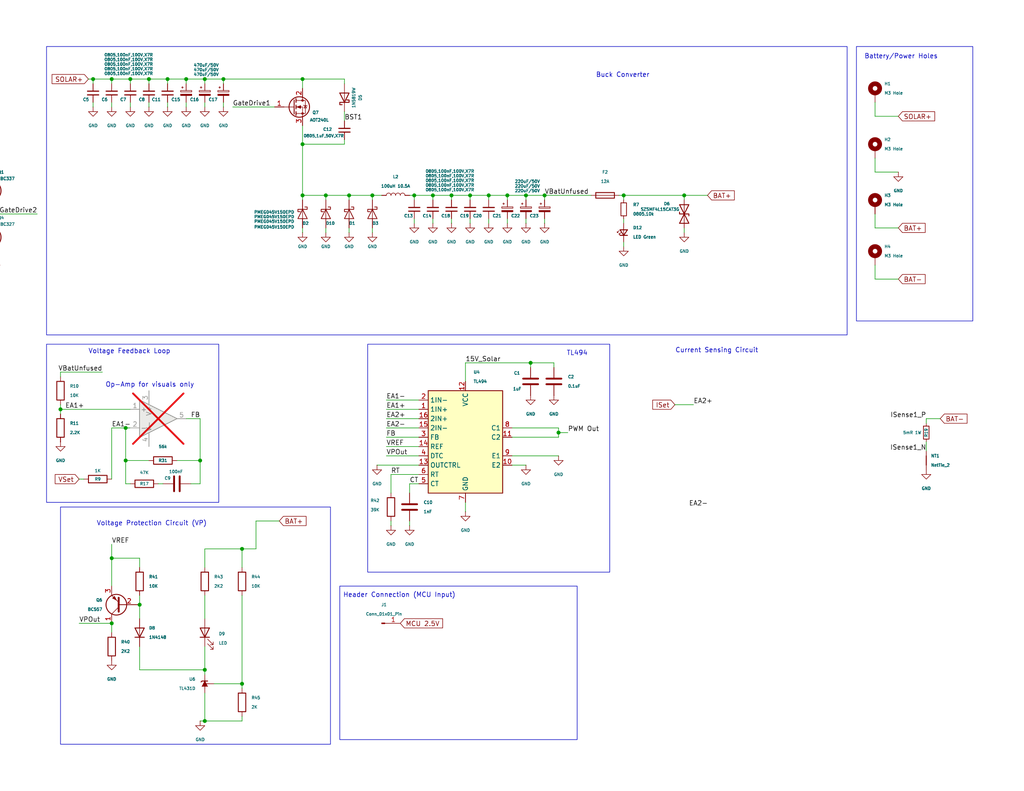
<source format=kicad_sch>
(kicad_sch (version 20231120) (generator "eeschema") (generator_version "8.0")
  (paper "USLetter")
  (title_block (title "Main") (date "2024-04-18") (rev "B01"))
  (junction (at 34.29 125.73))
  (junction (at 284.48 135.89))
  (junction (at 34.29 116.84))
  (junction (at 334.01 123.19))
  (junction (at 113.03 53.34))
  (junction (at -1.27 58.42))
  (junction (at 123.19 53.34))
  (junction (at 38.1 165.1))
  (junction (at 82.55 39.37))
  (junction (at 138.43 53.34))
  (junction (at 30.48 170.18))
  (junction (at 60.96 21.59))
  (junction (at 66.04 149.86))
  (junction (at -43.18 58.42))
  (junction (at 326.39 123.19))
  (junction (at 170.18 53.34))
  (junction (at 35.56 21.59))
  (junction (at -39.37 88.9))
  (junction (at -43.18 52.07))
  (junction (at 95.25 53.34))
  (junction (at 326.39 130.81))
  (junction (at 54.61 125.73))
  (junction (at 50.8 21.59))
  (junction (at 45.72 21.59))
  (junction (at 55.88 21.59))
  (junction (at 30.48 21.59))
  (junction (at -10.16 52.07))
  (junction (at 30.48 152.4))
  (junction (at 144.78 99.06))
  (junction (at -48.26 101.6))
  (junction (at 16.51 111.76))
  (junction (at 152.4 118.11))
  (junction (at 128.27 53.34))
  (junction (at -34.29 58.42))
  (junction (at 55.88 182.88))
  (junction (at 355.6 127))
  (junction (at 66.04 186.69))
  (junction (at 143.51 53.34))
  (junction (at 40.64 21.59))
  (junction (at 186.69 53.34))
  (junction (at -10.16 58.42))
  (junction (at 55.88 196.85))
  (junction (at 88.9 53.34))
  (junction (at 101.6 53.34))
  (junction (at 25.4 21.59))
  (junction (at 334.01 130.81))
  (junction (at 133.35 53.34))
  (junction (at 82.55 53.34))
  (junction (at 351.79 127))
  (junction (at 372.11 127))
  (junction (at 118.11 53.34))
  (junction (at 82.55 21.59))
  (junction (at 148.59 53.34))
  (wire (pts (xy 60.96 27.94) (xy 60.96 29.21)))
  (wire (pts (xy 82.55 39.37) (xy 82.55 53.34)))
  (wire (pts (xy 325.12 138.43) (xy 326.39 138.43)))
  (wire (pts (xy 40.64 27.94) (xy 40.64 29.21)))
  (wire (pts (xy 40.64 125.73) (xy 34.29 125.73)))
  (wire (pts (xy 144.78 99.06) (xy 144.78 100.33)))
  (wire (pts (xy 344.17 119.38) (xy 351.79 119.38)))
  (wire (pts (xy 238.76 58.42) (xy 238.76 62.23)))
  (wire (pts (xy 35.56 132.08) (xy 34.29 132.08)))
  (wire (pts (xy 30.48 170.18) (xy 30.48 172.72)))
  (wire (pts (xy -10.16 58.42) (xy -10.16 64.77)))
  (wire (pts (xy 139.7 124.46) (xy 152.4 124.46)))
  (wire (pts (xy 35.56 27.94) (xy 35.56 29.21)))
  (wire (pts (xy 148.59 59.69) (xy 148.59 60.96)))
  (wire (pts (xy 252.73 120.65) (xy 252.73 123.19)))
  (wire (pts (xy 95.25 62.23) (xy 95.25 63.5)))
  (wire (pts (xy 55.88 21.59) (xy 50.8 21.59)))
  (wire (pts (xy 369.57 127) (xy 372.11 127)))
  (wire (pts (xy 284.48 118.11) (xy 284.48 119.38)))
  (wire (pts (xy -34.29 40.64) (xy -34.29 46.99)))
  (wire (pts (xy -34.29 40.64) (xy -43.18 40.64)))
  (wire (pts (xy -48.26 101.6) (xy -48.26 104.14)))
  (wire (pts (xy 170.18 66.04) (xy 170.18 67.31)))
  (wire (pts (xy 252.73 114.3) (xy 256.54 114.3)))
  (wire (pts (xy 355.6 140.97) (xy 355.6 139.7)))
  (wire (pts (xy 351.79 127) (xy 355.6 127)))
  (wire (pts (xy -39.37 86.36) (xy -39.37 88.9)))
  (wire (pts (xy 55.88 176.53) (xy 55.88 182.88)))
  (wire (pts (xy -34.29 57.15) (xy -34.29 58.42)))
  (wire (pts (xy -43.18 58.42) (xy -43.18 64.77)))
  (wire (pts (xy 127 99.06) (xy 144.78 99.06)))
  (wire (pts (xy 16.51 111.76) (xy 16.51 113.03)))
  (wire (pts (xy 38.1 162.56) (xy 38.1 165.1)))
  (wire (pts (xy 82.55 54.61) (xy 82.55 53.34)))
  (wire (pts (xy 334.01 124.46) (xy 334.01 123.19)))
  (wire (pts (xy 55.88 162.56) (xy 55.88 168.91)))
  (wire (pts (xy 334.01 132.08) (xy 334.01 130.81)))
  (wire (pts (xy 30.48 152.4) (xy 30.48 160.02)))
  (wire (pts (xy 111.76 53.34) (xy 113.03 53.34)))
  (wire (pts (xy 372.11 127) (xy 372.11 128.27)))
  (wire (pts (xy 113.03 54.61) (xy 113.03 53.34)))
  (wire (pts (xy 335.28 129.54) (xy 334.01 129.54)))
  (wire (pts (xy -10.16 40.64) (xy -10.16 41.91)))
  (wire (pts (xy 105.41 114.3) (xy 114.3 114.3)))
  (wire (pts (xy 24.13 21.59) (xy 25.4 21.59)))
  (wire (pts (xy 151.13 99.06) (xy 151.13 100.33)))
  (wire (pts (xy 60.96 22.86) (xy 60.96 21.59)))
  (wire (pts (xy 106.68 129.54) (xy 114.3 129.54)))
  (wire (pts (xy 339.09 119.38) (xy 334.01 119.38)))
  (wire (pts (xy -10.16 64.77) (xy -8.89 64.77)))
  (wire (pts (xy 35.56 21.59) (xy 35.56 22.86)))
  (wire (pts (xy 326.39 115.57) (xy 326.39 116.84)))
  (wire (pts (xy -1.27 40.64) (xy -1.27 46.99)))
  (wire (pts (xy 327.66 130.81) (xy 326.39 130.81)))
  (wire (pts (xy -48.26 100.33) (xy -48.26 101.6)))
  (wire (pts (xy 82.55 24.13) (xy 82.55 21.59)))
  (wire (pts (xy 170.18 53.34) (xy 170.18 54.61)))
  (wire (pts (xy 25.4 21.59) (xy 25.4 22.86)))
  (wire (pts (xy 55.88 149.86) (xy 66.04 149.86)))
  (wire (pts (xy 143.51 53.34) (xy 148.59 53.34)))
  (wire (pts (xy -43.18 64.77) (xy -41.91 64.77)))
  (wire (pts (xy 284.48 137.16) (xy 284.48 135.89)))
  (wire (pts (xy -46.99 101.6) (xy -48.26 101.6)))
  (wire (pts (xy 55.88 196.85) (xy 66.04 196.85)))
  (wire (pts (xy 113.03 59.69) (xy 113.03 60.96)))
  (wire (pts (xy 101.6 54.61) (xy 101.6 53.34)))
  (wire (pts (xy 152.4 118.11) (xy 154.94 118.11)))
  (wire (pts (xy 38.1 154.94) (xy 38.1 152.4)))
  (wire (pts (xy -43.18 52.07) (xy -43.18 49.53)))
  (wire (pts (xy 50.8 27.94) (xy 50.8 29.21)))
  (wire (pts (xy 38.1 176.53) (xy 38.1 182.88)))
  (wire (pts (xy 334.01 137.16) (xy 334.01 138.43)))
  (wire (pts (xy -31.75 58.42) (xy -34.29 58.42)))
  (wire (pts (xy -8.89 52.07) (xy -10.16 52.07)))
  (wire (pts (xy 297.18 113.03) (xy 309.88 113.03)))
  (wire (pts (xy 76.2 142.24) (xy 69.85 142.24)))
  (wire (pts (xy 170.18 60.96) (xy 170.18 59.69)))
  (wire (pts (xy -41.91 52.07) (xy -43.18 52.07)))
  (wire (pts (xy 66.04 186.69) (xy 66.04 187.96)))
  (wire (pts (xy 143.51 59.69) (xy 143.51 60.96)))
  (wire (pts (xy 334.01 119.38) (xy 334.01 123.19)))
  (wire (pts (xy 297.18 140.97) (xy 309.88 140.97)))
  (wire (pts (xy 45.72 21.59) (xy 45.72 22.86)))
  (wire (pts (xy 238.76 27.94) (xy 238.76 31.75)))
  (wire (pts (xy 293.37 129.54) (xy 293.37 135.89)))
  (wire (pts (xy 351.79 127) (xy 350.52 127)))
  (wire (pts (xy 308.61 135.89) (xy 308.61 130.81)))
  (wire (pts (xy 105.41 111.76) (xy 114.3 111.76)))
  (wire (pts (xy 152.4 116.84) (xy 152.4 118.11)))
  (wire (pts (xy -43.18 52.07) (xy -43.18 58.42)))
  (wire (pts (xy -34.29 58.42) (xy -34.29 59.69)))
  (wire (pts (xy 34.29 116.84) (xy 35.56 116.84)))
  (wire (pts (xy 128.27 53.34) (xy 133.35 53.34)))
  (wire (pts (xy 118.11 59.69) (xy 118.11 60.96)))
  (wire (pts (xy 55.88 182.88) (xy 38.1 182.88)))
  (wire (pts (xy 170.18 53.34) (xy 168.91 53.34)))
  (wire (pts (xy 326.39 138.43) (xy 326.39 137.16)))
  (wire (pts (xy 293.37 135.89) (xy 284.48 135.89)))
  (wire (pts (xy 118.11 54.61) (xy 118.11 53.34)))
  (wire (pts (xy 63.5 29.21) (xy 74.93 29.21)))
  (wire (pts (xy 95.25 53.34) (xy 101.6 53.34)))
  (wire (pts (xy 48.26 125.73) (xy 54.61 125.73)))
  (wire (pts (xy 284.48 118.11) (xy 293.37 118.11)))
  (wire (pts (xy -39.37 110.49) (xy -27.94 110.49)))
  (wire (pts (xy 88.9 62.23) (xy 88.9 63.5)))
  (wire (pts (xy 54.61 114.3) (xy 54.61 125.73)))
  (wire (pts (xy 351.79 119.38) (xy 351.79 127)))
  (wire (pts (xy -1.27 69.85) (xy -1.27 71.12)))
  (wire (pts (xy 35.56 21.59) (xy 40.64 21.59)))
  (wire (pts (xy -48.26 88.9) (xy -48.26 92.71)))
  (wire (pts (xy -53.34 58.42) (xy -43.18 58.42)))
  (wire (pts (xy 69.85 142.24) (xy 69.85 149.86)))
  (wire (pts (xy 30.48 21.59) (xy 30.48 22.86)))
  (wire (pts (xy 186.69 53.34) (xy 186.69 54.61)))
  (wire (pts (xy 102.87 127) (xy 114.3 127)))
  (wire (pts (xy 45.72 27.94) (xy 45.72 29.21)))
  (wire (pts (xy -43.18 40.64) (xy -43.18 41.91)))
  (wire (pts (xy 105.41 124.46) (xy 114.3 124.46)))
  (wire (pts (xy 58.42 186.69) (xy 66.04 186.69)))
  (wire (pts (xy 152.4 118.11) (xy 152.4 119.38)))
  (wire (pts (xy 327.66 123.19) (xy 326.39 123.19)))
  (wire (pts (xy 139.7 116.84) (xy 152.4 116.84)))
  (wire (pts (xy 55.88 149.86) (xy 55.88 154.94)))
  (wire (pts (xy 43.18 132.08) (xy 44.45 132.08)))
  (wire (pts (xy 128.27 59.69) (xy 128.27 60.96)))
  (wire (pts (xy 22.86 130.81) (xy 21.59 130.81)))
  (wire (pts (xy -1.27 58.42) (xy -1.27 59.69)))
  (wire (pts (xy 101.6 53.34) (xy 104.14 53.34)))
  (wire (pts (xy 284.48 134.62) (xy 284.48 135.89)))
  (wire (pts (xy 238.76 76.2) (xy 245.11 76.2)))
  (wire (pts (xy 123.19 54.61) (xy 123.19 53.34)))
  (wire (pts (xy 66.04 149.86) (xy 69.85 149.86)))
  (wire (pts (xy 139.7 127) (xy 143.51 127)))
  (wire (pts (xy 118.11 53.34) (xy 123.19 53.34)))
  (wire (pts (xy 106.68 142.24) (xy 106.68 143.51)))
  (wire (pts (xy 38.1 165.1) (xy 38.1 168.91)))
  (wire (pts (xy 123.19 53.34) (xy 128.27 53.34)))
  (wire (pts (xy 252.73 115.57) (xy 252.73 114.3)))
  (wire (pts (xy 372.11 125.73) (xy 372.11 127)))
  (wire (pts (xy 82.55 39.37) (xy 82.55 34.29)))
  (wire (pts (xy 55.88 27.94) (xy 55.88 29.21)))
  (wire (pts (xy 238.76 43.18) (xy 238.76 46.99)))
  (wire (pts (xy 66.04 162.56) (xy 66.04 186.69)))
  (wire (pts (xy -10.16 52.07) (xy -10.16 58.42)))
  (wire (pts (xy 10.16 58.42) (xy -1.27 58.42)))
  (wire (pts (xy 334.01 129.54) (xy 334.01 130.81)))
  (wire (pts (xy 238.76 31.75) (xy 245.11 31.75)))
  (wire (pts (xy -48.26 88.9) (xy -39.37 88.9)))
  (wire (pts (xy 101.6 62.23) (xy 101.6 63.5)))
  (wire (pts (xy 186.69 62.23) (xy 186.69 63.5)))
  (wire (pts (xy 34.29 125.73) (xy 34.29 132.08)))
  (wire (pts (xy 143.51 54.61) (xy 143.51 53.34)))
  (wire (pts (xy 332.74 123.19) (xy 334.01 123.19)))
  (wire (pts (xy 50.8 22.86) (xy 50.8 21.59)))
  (wire (pts (xy 25.4 21.59) (xy 30.48 21.59)))
  (wire (pts (xy 34.29 125.73) (xy 34.29 116.84)))
  (wire (pts (xy 30.48 116.84) (xy 30.48 130.81)))
  (wire (pts (xy 111.76 132.08) (xy 114.3 132.08)))
  (wire (pts (xy 308.61 118.11) (xy 308.61 123.19)))
  (wire (pts (xy 25.4 27.94) (xy 25.4 29.21)))
  (wire (pts (xy 88.9 53.34) (xy 95.25 53.34)))
  (wire (pts (xy 355.6 127) (xy 364.49 127)))
  (wire (pts (xy 105.41 109.22) (xy 114.3 109.22)))
  (wire (pts (xy 21.59 170.18) (xy 30.48 170.18)))
  (wire (pts (xy 30.48 116.84) (xy 34.29 116.84)))
  (wire (pts (xy 55.88 182.88) (xy 55.88 184.15)))
  (wire (pts (xy 52.07 132.08) (xy 54.61 132.08)))
  (wire (pts (xy 355.6 128.27) (xy 355.6 127)))
  (wire (pts (xy 88.9 54.61) (xy 88.9 53.34)))
  (wire (pts (xy 334.01 124.46) (xy 335.28 124.46)))
  (wire (pts (xy 93.98 30.48) (xy 93.98 33.02)))
  (wire (pts (xy 325.12 115.57) (xy 326.39 115.57)))
  (wire (pts (xy 309.88 118.11) (xy 308.61 118.11)))
  (wire (pts (xy 113.03 53.34) (xy 118.11 53.34)))
  (wire (pts (xy 334.01 130.81) (xy 332.74 130.81)))
  (wire (pts (xy 95.25 54.61) (xy 95.25 53.34)))
  (wire (pts (xy 55.88 189.23) (xy 55.88 196.85)))
  (wire (pts (xy 82.55 39.37) (xy 93.98 39.37)))
  (wire (pts (xy 30.48 152.4) (xy 38.1 152.4)))
  (wire (pts (xy 148.59 53.34) (xy 148.59 54.61)))
  (wire (pts (xy -1.27 57.15) (xy -1.27 58.42)))
  (wire (pts (xy -10.16 52.07) (xy -10.16 49.53)))
  (wire (pts (xy 30.48 21.59) (xy 35.56 21.59)))
  (wire (pts (xy -22.86 54.61) (xy -12.7 54.61)))
  (wire (pts (xy 106.68 129.54) (xy 106.68 134.62)))
  (wire (pts (xy 293.37 124.46) (xy 293.37 118.11)))
  (wire (pts (xy 55.88 196.85) (xy 54.61 196.85)))
  (wire (pts (xy 40.64 21.59) (xy 40.64 22.86)))
  (wire (pts (xy 82.55 21.59) (xy 93.98 21.59)))
  (wire (pts (xy 105.41 121.92) (xy 114.3 121.92)))
  (wire (pts (xy 238.76 72.39) (xy 238.76 76.2)))
  (wire (pts (xy 138.43 54.61) (xy 138.43 53.34)))
  (wire (pts (xy 30.48 27.94) (xy 30.48 29.21)))
  (wire (pts (xy 184.15 110.49) (xy 189.23 110.49)))
  (wire (pts (xy 127 137.16) (xy 127 139.7)))
  (wire (pts (xy -1.27 40.64) (xy -10.16 40.64)))
  (wire (pts (xy 16.51 111.76) (xy 35.56 111.76)))
  (wire (pts (xy 45.72 21.59) (xy 50.8 21.59)))
  (wire (pts (xy 16.51 101.6) (xy 27.94 101.6)))
  (wire (pts (xy 40.64 21.59) (xy 45.72 21.59)))
  (wire (pts (xy 82.55 62.23) (xy 82.55 63.5)))
  (wire (pts (xy 308.61 123.19) (xy 326.39 123.19)))
  (wire (pts (xy 54.61 125.73) (xy 54.61 132.08)))
  (wire (pts (xy 93.98 38.1) (xy 93.98 39.37)))
  (wire (pts (xy 30.48 148.59) (xy 30.48 152.4)))
  (wire (pts (xy 139.7 119.38) (xy 152.4 119.38)))
  (wire (pts (xy 309.88 135.89) (xy 308.61 135.89)))
  (wire (pts (xy 105.41 116.84) (xy 114.3 116.84)))
  (wire (pts (xy 93.98 21.59) (xy 93.98 22.86)))
  (wire (pts (xy 50.8 114.3) (xy 54.61 114.3)))
  (wire (pts (xy 16.51 101.6) (xy 16.51 102.87)))
  (wire (pts (xy 66.04 196.85) (xy 66.04 195.58)))
  (wire (pts (xy 372.11 127) (xy 373.38 127)))
  (wire (pts (xy 55.88 22.86) (xy 55.88 21.59)))
  (wire (pts (xy 66.04 149.86) (xy 66.04 154.94)))
  (wire (pts (xy 138.43 53.34) (xy 143.51 53.34)))
  (wire (pts (xy 105.41 119.38) (xy 114.3 119.38)))
  (wire (pts (xy -22.86 58.42) (xy -22.86 54.61)))
  (wire (pts (xy -48.26 109.22) (xy -48.26 110.49)))
  (wire (pts (xy 308.61 130.81) (xy 326.39 130.81)))
  (wire (pts (xy 60.96 21.59) (xy 82.55 21.59)))
  (wire (pts (xy 326.39 123.19) (xy 326.39 124.46)))
  (wire (pts (xy 238.76 46.99) (xy 245.11 46.99)))
  (wire (pts (xy 133.35 54.61) (xy 133.35 53.34)))
  (wire (pts (xy 123.19 59.69) (xy 123.19 60.96)))
  (wire (pts (xy 238.76 62.23) (xy 245.11 62.23)))
  (wire (pts (xy 111.76 142.24) (xy 111.76 143.51)))
  (wire (pts (xy 326.39 129.54) (xy 326.39 130.81)))
  (wire (pts (xy 82.55 53.34) (xy 88.9 53.34)))
  (wire (pts (xy 16.51 110.49) (xy 16.51 111.76)))
  (wire (pts (xy 138.43 59.69) (xy 138.43 60.96)))
  (wire (pts (xy 133.35 59.69) (xy 133.35 60.96)))
  (wire (pts (xy 144.78 99.06) (xy 151.13 99.06)))
  (wire (pts (xy 127 99.06) (xy 127 104.14)))
  (wire (pts (xy 170.18 53.34) (xy 186.69 53.34)))
  (wire (pts (xy 326.39 121.92) (xy 326.39 123.19)))
  (wire (pts (xy 148.59 53.34) (xy 161.29 53.34)))
  (wire (pts (xy -39.37 88.9) (xy -39.37 96.52)))
  (wire (pts (xy 60.96 21.59) (xy 55.88 21.59)))
  (wire (pts (xy 186.69 53.34) (xy 193.04 53.34)))
  (wire (pts (xy -39.37 106.68) (xy -39.37 110.49)))
  (wire (pts (xy -22.86 58.42) (xy -24.13 58.42)))
  (wire (pts (xy 326.39 132.08) (xy 326.39 130.81)))
  (wire (pts (xy -34.29 69.85) (xy -34.29 71.12)))
  (wire (pts (xy 355.6 134.62) (xy 355.6 133.35)))
  (wire (pts (xy -20.32 58.42) (xy -10.16 58.42)))
  (wire (pts (xy 133.35 53.34) (xy 138.43 53.34)))
  (wire (pts (xy 128.27 54.61) (xy 128.27 53.34)))
  (wire (pts (xy 111.76 132.08) (xy 111.76 134.62)))
  (wire (pts (xy 372.11 133.35) (xy 372.11 134.62)))
  (rectangle (start 233.68 12.7) (end 265.43 87.63))
  (rectangle (start 12.7 12.7) (end 231.14 91.44))
  (rectangle (start 12.7 93.98) (end 59.69 137.16))
  (rectangle (start 309.88 109.22) (end 353.06 146.05) (stroke (width 0) (type dot)))
  (rectangle (start 100.33 93.98) (end 166.37 156.21))
  (rectangle (start 16.51 138.43) (end 90.17 203.2))
  (rectangle (start 280.67 107.95) (end 392.43 149.86))
  (rectangle (start 92.71 160.02) (end 157.48 201.93))
  (text "Voltage Protection Circuit (VP)" (at 41.402 143.002 0) (effects (font (size 1.27 1.27))))
  (text "Voltage Feedback Loop" (at 35.306 96.012 0) (effects (font (size 1.27 1.27))))
  (text "Op-Amp for visuals only" (at 40.894 105.156 0) (effects (font (size 1.27 1.27))))
  (text "LPF fc: 16kHz" (at 383.794 135.128 0) (effects (font (size 1.27 1.27))))
  (text "Instrumentation Amplifier\nGain: 20K/R6 + 1" (at 340.36 112.014 0) (effects (font (size 1.27 1.27))))
  (text "Header Connection (MCU Input)\n" (at 108.966 162.56 0) (effects (font (size 1.27 1.27))))
  (text "Current Sensing Circuit" (at 195.58 95.758 0) (effects (font (size 1.27 1.27))))
  (text "Current Sense Amplifier" (at 336.042 148.336 0) (effects (font (size 1.27 1.27))))
  (text "Battery/Power Holes\n" (at 245.872 15.494 0) (effects (font (size 1.27 1.27))))
  (text "Buck Converter\n" (at 169.926 20.574 0) (effects (font (size 1.27 1.27))))
  (text "TL494" (at 157.48 96.52 0) (effects (font (size 1.27 1.27))))
  (label "EA2+" (at 189.23 110.49 0))
  (label "ISense1_P" (at 252.73 114.3 180))
  (label "BST1" (at -34.29 40.64 180))
  (label "GateDrive2" (at 10.16 58.42 180))
  (label "FB" (at 54.61 114.3 180))
  (label "VPOut" (at 21.59 170.18 0))
  (label "EA2-" (at 105.41 116.84 0))
  (label "EA1+" (at 17.78 111.76 0))
  (label "VBatUnfused" (at 148.59 53.34 0))
  (label "ISense1_N" (at 299.72 113.03 0))
  (label "GateDrive1" (at 63.5 29.21 0))
  (label "CT" (at 111.76 132.08 0))
  (label "ISense1_P" (at 299.72 140.97 0))
  (label "VREF" (at 105.41 121.92 0))
  (label "RT" (at 106.68 129.54 0))
  (label "15V_Solar" (at -27.94 110.49 180))
  (label "VPOut" (at 105.41 124.46 0))
  (label "EA2-" (at 187.96 138.43 0))
  (label "BST2" (at -1.27 40.64 180))
  (label "PWM Out" (at 154.94 118.11 0))
  (label "EA1+" (at 105.41 111.76 0))
  (label "EA2+" (at 105.41 114.3 0))
  (label "15V_Solar" (at 293.37 118.11 180))
  (label "VREF" (at 30.48 148.59 0))
  (label "GateDrive1" (at -12.7 54.61 180))
  (label "EA1-" (at 105.41 109.22 0))
  (label "FB" (at 105.41 119.38 0))
  (label "PWM Out" (at -53.34 58.42 0))
  (label "EA1-" (at 30.48 116.84 0))
  (label "VBatUnfused" (at 27.94 101.6 180))
  (label "PWM Out" (at -20.32 58.42 0))
  (label "ISen1_unfilt" (at 351.79 127 0))
  (label "ISense1_N" (at 252.73 123.19 180))
  (label "BST1" (at 93.98 33.02 0))
  (label "15V_Solar" (at 127 99.06 0))
  (global_label "BAT-" (shape input) (at 256.54 114.3 0) (property "Intersheetrefs" "${INTERSHEET_REFS}" (effects (hide yes))))
  (global_label "BAT+" (shape input) (at 245.11 62.23 0) (property "Intersheetrefs" "${INTERSHEET_REFS}" (effects (hide yes))))
  (global_label "BAT+" (shape input) (at 76.2 142.24 0) (property "Intersheetrefs" "${INTERSHEET_REFS}" (effects (hide yes))))
  (global_label "SOLAR+" (shape input) (at 24.13 21.59 180) (property "Intersheetrefs" "${INTERSHEET_REFS}" (effects (hide yes))))
  (global_label "BAT+" (shape input) (at 193.04 53.34 0) (property "Intersheetrefs" "${INTERSHEET_REFS}" (effects (hide yes))))
  (global_label "BAT-" (shape input) (at 245.11 76.2 0) (property "Intersheetrefs" "${INTERSHEET_REFS}" (effects (hide yes))))
  (global_label "VSet" (shape input) (at 21.59 130.81 180) (property "Intersheetrefs" "${INTERSHEET_REFS}" (effects (hide yes))))
  (global_label "SOLAR+" (shape input) (at -39.37 86.36 180) (property "Intersheetrefs" "${INTERSHEET_REFS}" (effects (hide yes))))
  (global_label "MCU 2.5V" (shape input) (at 109.22 170.18 0) (property "Intersheetrefs" "${INTERSHEET_REFS}" (effects (hide yes))))
  (global_label "ISet" (shape input) (at 184.15 110.49 180) (property "Intersheetrefs" "${INTERSHEET_REFS}" (effects (hide yes))))
  (global_label "SOLAR+" (shape input) (at 245.11 31.75 0) (property "Intersheetrefs" "${INTERSHEET_REFS}" (effects (hide yes))))
  (hierarchical_label "CurrentSenseCh1" (shape output) (at 373.38 127 0))
  (symbol (lib_id "Device:LED_Small") (at 355.6 137.16 90) (unit 1)
    (property "Reference" "D7" (at 358.14 135.8265 90) (effects (font (size 0.8 0.8)) (justify right)))
    (property "Value" "LED Green" (at 358.14 138.3665 90) (effects (font (size 0.8 0.8)) (justify right)))
    (property "Footprint" "LED_SMD:LED_0805_2012Metric" (effects (hide yes)))
    (property "Description" "Light emitting diode, small symbol" (effects (hide yes)))
    (property "Digikey PN" "732-4983-1-ND" (effects (hide yes)))
  )
  (symbol (lib_id "Connector:TestPoint_Small") (at 372.11 125.73 0) (unit 1) (exclude_from_sim yes) (in_bom no)
    (property "Reference" "TP3" (at 370.078 124.206 0) (effects (font (size 0.8 0.8)) (justify left)))
    (property "Value" "TestPoint_Small" (effects (hide yes)))
    (property "Footprint" "TestPoint:TestPoint_Pad_D2.0mm" (effects (hide yes)))
    (property "Description" "test point" (effects (hide yes)))
  )
  (symbol (lib_id "Device:Fuse") (at 165.1 53.34 90) (unit 1)
    (property "Reference" "F2" (at 165.1 46.99 90) (effects (font (size 0.8 0.8))))
    (property "Value" "12A" (at 165.1 49.53 90) (effects (font (size 0.8 0.8))))
    (property "Footprint" "Fuse:Fuseholder_Clip-6.3x32mm_Littelfuse_102071_Inline_P34.70x7.60mm_D2.00mm_Horizontal" (effects (hide yes)))
    (property "Description" "Fuse" (effects (hide yes)))
  )
  (symbol (lib_id "Transistor_BJT:TIP3055") (at -41.91 101.6 0) (unit 1)
    (property "Reference" "Q2" (at -35.56 100.3299 0) (effects (font (size 0.8 0.8)) (justify left)))
    (property "Value" "TIP3055" (at -35.56 102.8699 0) (effects (font (size 0.8 0.8)) (justify left)))
    (property "Footprint" "Package_TO_SOT_THT:TO-218-3_Vertical" (effects (hide yes)))
    (property "Datasheet" "http://www.onsemi.com/pub_link/Collateral/TIP3055-D.PDF" (effects (hide yes)))
    (property "Description" "15A Ic, 60V Vce, Power NPN Transistor, TO-218" (effects (hide yes)))
  )
  (symbol (lib_id "Device:R") (at 66.04 191.77 0) (unit 1)
    (property "Reference" "R45" (at 68.58 190.4999 0) (effects (font (size 0.8 0.8)) (justify left)))
    (property "Value" "2K" (at 68.58 193.0399 0) (effects (font (size 0.8 0.8)) (justify left)))
    (property "Footprint" "Resistor_SMD:R_0805_2012Metric_Pad1.20x1.40mm_HandSolder" (effects (hide yes)))
    (property "Description" "Resistor" (effects (hide yes)))
  )
  (symbol (lib_id "Amplifier_Operational:LM324") (at 342.9 127 0) (mirror x) (unit 3)
    (property "Reference" "U2" (at 344.678 130.556 0) (effects (font (size 0.8 0.8))))
    (property "Value" "LM324" (at 342.9 127 0) (effects (font (size 0.8 0.8))))
    (property "Footprint" "Package_DIP:DIP-14_W7.62mm_Socket" (effects (hide yes)))
    (property "Datasheet" "http://www.ti.com/lit/ds/symlink/lm2902-n.pdf" (effects (hide yes)))
    (property "Description" "Low-Power, Quad-Operational Amplifiers, DIP-14/SOIC-14/SSOP-14" (effects (hide yes)))
    (property "Digikey PN" "296-1391-5-ND" (effects (hide yes)))
  )
  (symbol (lib_id "power:GND") (at 111.76 143.51 0) (unit 1)
    (property "Reference" "#PWR035" (effects (hide yes)))
    (property "Value" "GND" (at 111.76 148.59 0) (effects (font (size 0.8 0.8))))
    (property "Description" "Power symbol creates a global label with name \"GND\" , ground" (effects (hide yes)))
  )
  (symbol (lib_id "power:GND") (at 35.56 29.21 0) (unit 1)
    (property "Reference" "#PWR09" (effects (hide yes)))
    (property "Value" "GND" (at 35.56 34.29 0) (effects (font (size 0.8 0.8))))
    (property "Description" "Power symbol creates a global label with name \"GND\" , ground" (effects (hide yes)))
  )
  (symbol (lib_id "Device:R") (at 55.88 158.75 0) (unit 1)
    (property "Reference" "R43" (at 58.42 157.4799 0) (effects (font (size 0.8 0.8)) (justify left)))
    (property "Value" "2K2" (at 58.42 160.0199 0) (effects (font (size 0.8 0.8)) (justify left)))
    (property "Footprint" "Resistor_SMD:R_0805_2012Metric_Pad1.20x1.40mm_HandSolder" (effects (hide yes)))
    (property "Description" "Resistor" (effects (hide yes)))
  )
  (symbol (lib_id "jlcpcb-basic-capacitor:0805,100nF,100V,X7R ") (at 123.19 57.15 0) (unit 1)
    (property "Reference" "C18" (at 120.396 58.928 0) (effects (font (size 0.8 0.8)) (justify left)))
    (property "Value" "0805,100nF,100V,X7R " (at 116.078 46.736 0) (effects (font (size 0.8 0.8)) (justify left)))
    (property "Footprint" "C_0805_2012Metric" (effects (hide yes)))
    (property "Datasheet" "https://datasheet.lcsc.com/lcsc/1810191216_Samsung-Electro-Mechanics-CL21B104KCFNNNE_C28233.pdf" (effects (hide yes)))
    (property "Description" "100V 100nF X7R   10% 0805 Multilayer Ceramic Capacitors MLCC - SMD SMT ROHS" (effects (hide yes)))
    (property "LCSC" "C28233" (effects (hide yes)))
    (property "MFG" "Samsung Electro-Mechanics" (effects (hide yes)))
    (property "MFGPN" "CL21B104KCFNNNE" (effects (hide yes)))
  )
  (symbol (lib_id "Diode:PMEG045V150EPD") (at 101.6 58.42 270) (unit 1)
    (property "Reference" "D3" (at 101.6 60.96 90) (effects (font (size 0.8 0.8)) (justify left)))
    (property "Value" "PMEG045V150EPD" (at 69.342 57.912 90) (effects (font (size 0.8 0.8)) (justify left)))
    (property "Footprint" "Package_TO_SOT_SMD:Nexperia_CFP15_SOT-1289" (effects (hide yes)))
    (property "Datasheet" "https://assets.nexperia.com/documents/data-sheet/PMEG045V150EPD.pdf" (effects (hide yes)))
    (property "Description" "45V, 15A low Vf MEGA Schottky barrier rectifier, SOT-1289" (effects (hide yes)))
  )
  (symbol (lib_id "jlcpcb-basic-capacitor:0805,100nF,100V,X7R ") (at 113.03 57.15 0) (unit 1)
    (property "Reference" "C13" (at 110.236 58.928 0) (effects (font (size 0.8 0.8)) (justify left)))
    (property "Value" "0805,100nF,100V,X7R " (at 116.078 49.276 0) (effects (font (size 0.8 0.8)) (justify left)))
    (property "Footprint" "C_0805_2012Metric" (effects (hide yes)))
    (property "Datasheet" "https://datasheet.lcsc.com/lcsc/1810191216_Samsung-Electro-Mechanics-CL21B104KCFNNNE_C28233.pdf" (effects (hide yes)))
    (property "Description" "100V 100nF X7R   10% 0805 Multilayer Ceramic Capacitors MLCC - SMD SMT ROHS" (effects (hide yes)))
    (property "LCSC" "C28233" (effects (hide yes)))
    (property "MFG" "Samsung Electro-Mechanics" (effects (hide yes)))
    (property "MFGPN" "CL21B104KCFNNNE" (effects (hide yes)))
  )
  (symbol (lib_id "power:GND") (at 152.4 124.46 0) (unit 1)
    (property "Reference" "#PWR032" (effects (hide yes)))
    (property "Value" "GND" (at 152.4 129.54 0) (effects (font (size 0.8 0.8))))
    (property "Description" "Power symbol creates a global label with name \"GND\" , ground" (effects (hide yes)))
  )
  (symbol (lib_id "Device:C") (at 48.26 132.08 90) (unit 1)
    (property "Reference" "C9" (at 45.72 130.556 90) (effects (font (size 0.8 0.8))))
    (property "Value" "100nF" (at 48.006 128.778 90) (effects (font (size 0.8 0.8))))
    (property "Footprint" "Capacitor_SMD:C_0805_2012Metric_Pad1.18x1.45mm_HandSolder" (effects (hide yes)))
    (property "Description" "Unpolarized capacitor" (effects (hide yes)))
  )
  (symbol (lib_id "Connector:TestPoint_Small") (at 297.18 113.03 0) (unit 1) (exclude_from_sim yes) (in_bom no)
    (property "Reference" "TP1" (at 295.148 111.506 0) (effects (font (size 0.8 0.8)) (justify left)))
    (property "Value" "TestPoint_Small" (effects (hide yes)))
    (property "Footprint" "TestPoint:TestPoint_Pad_D2.0mm" (effects (hide yes)))
    (property "Description" "test point" (effects (hide yes)))
  )
  (symbol (lib_id "Device:R") (at 39.37 132.08 90) (unit 1)
    (property "Reference" "R17" (at 39.37 132.08 90) (effects (font (size 0.8 0.8))))
    (property "Value" "47K" (at 39.37 129.032 90) (effects (font (size 0.8 0.8))))
    (property "Footprint" "Resistor_SMD:R_0805_2012Metric_Pad1.20x1.40mm_HandSolder" (effects (hide yes)))
    (property "Description" "Resistor" (effects (hide yes)))
  )
  (symbol (lib_id "jlcpcb-basic-capacitor:0805,100nF,100V,X7R ") (at 45.72 25.4 0) (unit 1)
    (property "Reference" "C11" (at 41.402 27.178 0) (effects (font (size 0.8 0.8)) (justify left)))
    (property "Value" "0805,100nF,100V,X7R " (at 28.448 20.066 0) (effects (font (size 0.8 0.8)) (justify left)))
    (property "Footprint" "C_0805_2012Metric" (effects (hide yes)))
    (property "Datasheet" "https://datasheet.lcsc.com/lcsc/1810191216_Samsung-Electro-Mechanics-CL21B104KCFNNNE_C28233.pdf" (effects (hide yes)))
    (property "Description" "100V 100nF X7R   10% 0805 Multilayer Ceramic Capacitors MLCC - SMD SMT ROHS" (effects (hide yes)))
    (property "LCSC" "C28233" (effects (hide yes)))
    (property "MFG" "Samsung Electro-Mechanics" (effects (hide yes)))
    (property "MFGPN" "CL21B104KCFNNNE" (effects (hide yes)))
  )
  (symbol (lib_id "power:GND") (at 148.59 60.96 0) (unit 1)
    (property "Reference" "#PWR041" (effects (hide yes)))
    (property "Value" "GND" (at 148.59 66.04 0) (effects (font (size 0.8 0.8))))
    (property "Description" "Power symbol creates a global label with name \"GND\" , ground" (effects (hide yes)))
  )
  (symbol (lib_id "power:GND") (at 143.51 127 0) (unit 1)
    (property "Reference" "#PWR031" (effects (hide yes)))
    (property "Value" "GND" (at 143.51 132.08 0) (effects (font (size 0.8 0.8))))
    (property "Description" "Power symbol creates a global label with name \"GND\" , ground" (effects (hide yes)))
  )
  (symbol (lib_id "jlcpcb-basic-capacitor:0805,100nF,100V,X7R ") (at 40.64 25.4 0) (unit 1)
    (property "Reference" "C8" (at 37.846 27.178 0) (effects (font (size 0.8 0.8)) (justify left)))
    (property "Value" "0805,100nF,100V,X7R " (at 28.448 18.796 0) (effects (font (size 0.8 0.8)) (justify left)))
    (property "Footprint" "C_0805_2012Metric" (effects (hide yes)))
    (property "Datasheet" "https://datasheet.lcsc.com/lcsc/1810191216_Samsung-Electro-Mechanics-CL21B104KCFNNNE_C28233.pdf" (effects (hide yes)))
    (property "Description" "100V 100nF X7R   10% 0805 Multilayer Ceramic Capacitors MLCC - SMD SMT ROHS" (effects (hide yes)))
    (property "LCSC" "C28233" (effects (hide yes)))
    (property "MFG" "Samsung Electro-Mechanics" (effects (hide yes)))
    (property "MFGPN" "CL21B104KCFNNNE" (effects (hide yes)))
  )
  (symbol (lib_id "power:GND") (at 127 139.7 0) (unit 1)
    (property "Reference" "#PWR028" (effects (hide yes)))
    (property "Value" "GND" (at 127 144.78 0) (effects (font (size 0.8 0.8))))
    (property "Description" "Power symbol creates a global label with name \"GND\" , ground" (effects (hide yes)))
  )
  (symbol (lib_id "Device:R") (at 30.48 176.53 0) (unit 1)
    (property "Reference" "R40" (at 33.02 175.2599 0) (effects (font (size 0.8 0.8)) (justify left)))
    (property "Value" "2K2" (at 33.02 177.7999 0) (effects (font (size 0.8 0.8)) (justify left)))
    (property "Footprint" "Resistor_SMD:R_0805_2012Metric_Pad1.20x1.40mm_HandSolder" (effects (hide yes)))
    (property "Description" "Resistor" (effects (hide yes)))
  )
  (symbol (lib_id "Device:C") (at 111.76 138.43 0) (unit 1)
    (property "Reference" "C10" (at 115.57 137.1599 0) (effects (font (size 0.8 0.8)) (justify left)))
    (property "Value" "1nF" (at 115.57 139.6999 0) (effects (font (size 0.8 0.8)) (justify left)))
    (property "Footprint" "Capacitor_SMD:C_0805_2012Metric_Pad1.18x1.45mm_HandSolder" (effects (hide yes)))
    (property "Description" "Unpolarized capacitor" (effects (hide yes)))
  )
  (symbol (lib_id "Device:R") (at 16.51 106.68 0) (unit 1)
    (property "Reference" "R10" (at 19.05 105.4099 0) (effects (font (size 0.8 0.8)) (justify left)))
    (property "Value" "10K" (at 19.05 107.9499 0) (effects (font (size 0.8 0.8)) (justify left)))
    (property "Footprint" "Resistor_SMD:R_0805_2012Metric_Pad1.20x1.40mm_HandSolder" (effects (hide yes)))
    (property "Description" "Resistor" (effects (hide yes)))
  )
  (symbol (lib_id "power:GND") (at 30.48 180.34 0) (unit 1)
    (property "Reference" "#PWR033" (effects (hide yes)))
    (property "Value" "GND" (at 30.48 185.42 0) (effects (font (size 0.8 0.8))))
    (property "Description" "Power symbol creates a global label with name \"GND\" , ground" (effects (hide yes)))
  )
  (symbol (lib_id "power:GND") (at 151.13 107.95 0) (unit 1)
    (property "Reference" "#PWR02" (effects (hide yes)))
    (property "Value" "GND" (at 151.13 113.03 0) (effects (font (size 0.8 0.8))))
    (property "Description" "Power symbol creates a global label with name \"GND\" , ground" (effects (hide yes)))
  )
  (symbol (lib_id "jlcpcb-basic-capacitor:0805,100nF,100V,X7R ") (at 30.48 25.4 0) (unit 1)
    (property "Reference" "C6" (at 27.686 27.178 0) (effects (font (size 0.8 0.8)) (justify left)))
    (property "Value" "0805,100nF,100V,X7R " (at 28.448 16.256 0) (effects (font (size 0.8 0.8)) (justify left)))
    (property "Footprint" "C_0805_2012Metric" (effects (hide yes)))
    (property "Datasheet" "https://datasheet.lcsc.com/lcsc/1810191216_Samsung-Electro-Mechanics-CL21B104KCFNNNE_C28233.pdf" (effects (hide yes)))
    (property "Description" "100V 100nF X7R   10% 0805 Multilayer Ceramic Capacitors MLCC - SMD SMT ROHS" (effects (hide yes)))
    (property "LCSC" "C28233" (effects (hide yes)))
    (property "MFG" "Samsung Electro-Mechanics" (effects (hide yes)))
    (property "MFGPN" "CL21B104KCFNNNE" (effects (hide yes)))
  )
  (symbol (lib_id "Device:C_Polarized_Small") (at 148.59 57.15 0) (unit 1)
    (property "Reference" "C23" (at 144.526 58.928 0) (effects (font (size 0.8 0.8)) (justify left)))
    (property "Value" "220uF/50V" (at 140.462 49.53 0) (effects (font (size 0.8 0.8)) (justify left)))
    (property "Footprint" "Capacitor_THT:CP_Radial_D10.0mm_P5.00mm" (effects (hide yes)))
    (property "Description" "Polarized capacitor, small symbol" (effects (hide yes)))
    (property "MPN" "50ZLH220MEFC10X16" (effects (hide yes)))
  )
  (symbol (lib_id "Device:R") (at 44.45 125.73 90) (unit 1)
    (property "Reference" "R31" (at 44.45 125.73 90) (effects (font (size 0.8 0.8))))
    (property "Value" "56k" (at 44.45 121.92 90) (effects (font (size 0.8 0.8))))
    (property "Footprint" "Resistor_SMD:R_0805_2012Metric_Pad1.20x1.40mm_HandSolder" (effects (hide yes)))
    (property "Description" "Resistor" (effects (hide yes)))
  )
  (symbol (lib_id "Device:C_Polarized_Small") (at 55.88 25.4 0) (unit 1)
    (property "Reference" "C16" (at 51.816 27.178 0) (effects (font (size 0.8 0.8)) (justify left)))
    (property "Value" "470uF/50V" (at 52.832 19.05 0) (effects (font (size 0.8 0.8)) (justify left)))
    (property "Footprint" "Capacitor_THT:CP_Radial_D12.5mm_P5.00mm" (effects (hide yes)))
    (property "Description" "Polarized capacitor, small symbol" (effects (hide yes)))
    (property "MPN" "50ZLH470MEFC12.5X20 " (effects (hide yes)))
  )
  (symbol (lib_name "GND_1") (lib_id "power:GND") (at 334.01 138.43 0) (unit 1)
    (property "Reference" "#PWR043" (effects (hide yes)))
    (property "Value" "GND" (at 334.01 143.51 0) (effects (font (size 0.8 0.8))))
    (property "Description" "Power symbol creates a global label with name \"GND\" , ground" (effects (hide yes)))
  )
  (symbol (lib_id "power:GND") (at 106.68 143.51 0) (unit 1)
    (property "Reference" "#PWR034" (effects (hide yes)))
    (property "Value" "GND" (at 106.68 148.59 0) (effects (font (size 0.8 0.8))))
    (property "Description" "Power symbol creates a global label with name \"GND\" , ground" (effects (hide yes)))
  )
  (symbol (lib_id "jlcpcb-basic-resistor:0402,10k") (at 367.03 127 90) (unit 1)
    (property "Reference" "R18" (at 367.03 127 90) (effects (font (size 0.8 0.8))))
    (property "Value" "1K" (at 367.03 125.222 90) (effects (font (size 0.8 0.8))))
    (property "Footprint" "Resistor_SMD:R_0805_2012Metric" (effects (hide yes)))
    (property "Datasheet" "https://datasheet.lcsc.com/lcsc/2110260030_UNI-ROYAL-Uniroyal-Elec-0402WGF1002TCE_C25744.pdf" (effects (hide yes)))
    (property "Description" "1% 1 16W Thick Film Resistors 50V   100ppm    -55    155   10k   0402 Chip Resistor - Surface Mount ROHS" (effects (hide yes)))
    (property "LCSC" "C25744" (effects (hide yes)))
    (property "MFG" "UNI-ROYAL(Uniroyal Elec)" (effects (hide yes)))
    (property "MFGPN" "0402WGF1002TCE" (effects (hide yes)))
    (property "Digikey PN" "RMCF0805FT1K00CT-ND" (effects (hide yes)))
  )
  (symbol (lib_id "jlcpcb-basic-resistor:0805,10k") (at 170.18 57.15 0) (unit 1)
    (property "Reference" "R7" (at 172.72 55.8799 0) (effects (font (size 0.8 0.8)) (justify left)))
    (property "Value" "0805,10k" (at 172.72 58.4199 0) (effects (font (size 0.8 0.8)) (justify left)))
    (property "Footprint" "R_0805_2012Metric" (effects (hide yes)))
    (property "Datasheet" "https://datasheet.lcsc.com/lcsc/2110251730_UNI-ROYAL-Uniroyal-Elec-0805W8F1002T5E_C17414.pdf" (effects (hide yes)))
    (property "Description" "1% 1 8W Thick Film Resistors 150V   100ppm    -55    155   10k   0805 Chip Resistor - Surface Mount ROHS" (effects (hide yes)))
    (property "LCSC" "C17414" (effects (hide yes)))
    (property "MFG" "UNI-ROYAL(Uniroyal Elec)" (effects (hide yes)))
    (property "MFGPN" "0805W8F1002T5E" (effects (hide yes)))
  )
  (symbol (lib_id "Device:C") (at 151.13 104.14 0) (unit 1)
    (property "Reference" "C2" (at 154.94 102.8699 0) (effects (font (size 0.8 0.8)) (justify left)))
    (property "Value" "0.1uF" (at 154.94 105.4099 0) (effects (font (size 0.8 0.8)) (justify left)))
    (property "Footprint" "Capacitor_SMD:C_0805_2012Metric" (effects (hide yes)))
    (property "Description" "Unpolarized capacitor" (effects (hide yes)))
  )
  (symbol (lib_id "Simulation_SPICE:OPAMP") (at 43.18 114.3 0) (unit 1) (exclude_from_sim yes) (in_bom no) (on_board no) (dnp yes)
    (property "Reference" "U1" (effects (hide yes)))
    (property "Value" "${SIM.PARAMS}" (at 50.8 111.1565 0) (effects (font (size 0.8 0.8))))
    (property "Datasheet" "https://ngspice.sourceforge.io/docs/ngspice-html-manual/manual.xhtml#sec__SUBCKT_Subcircuits" (effects (hide yes)))
    (property "Description" "Operational amplifier, single, node sequence=1:+ 2:- 3:OUT 4:V+ 5:V-" (effects (hide yes)))
    (property "Sim.Pins" "1=in+ 2=in- 3=vcc 4=vee 5=out" (effects (hide yes)))
    (property "Sim.Device" "SUBCKT" (effects (hide yes)))
    (property "Sim.Library" "${KICAD7_SYMBOL_DIR}/Simulation_SPICE.sp" (effects (hide yes)))
    (property "Sim.Name" "kicad_builtin_opamp" (effects (hide yes)))
  )
  (symbol (lib_id "power:GND") (at 95.25 63.5 0) (unit 1)
    (property "Reference" "#PWR03" (effects (hide yes)))
    (property "Value" "GND" (at 95.25 67.31 0) (effects (font (size 0.8 0.8))))
    (property "Description" "Power symbol creates a global label with name \"GND\" , ground" (effects (hide yes)))
  )
  (symbol (lib_id "Mechanical:MountingHole_Pad") (at 238.76 40.64 0) (unit 1) (exclude_from_sim yes) (in_bom no)
    (property "Reference" "H2" (at 241.3 38.0999 0) (effects (font (size 0.8 0.8)) (justify left)))
    (property "Value" "M3 Hole" (at 241.3 40.6399 0) (effects (font (size 0.8 0.8)) (justify left)))
    (property "Footprint" "MountingHole:MountingHole_3.2mm_M3_Pad_TopBottom" (effects (hide yes)))
    (property "Description" "Mounting Hole with connection" (effects (hide yes)))
  )
  (symbol (lib_id "power:GND") (at 138.43 60.96 0) (unit 1)
    (property "Reference" "#PWR039" (effects (hide yes)))
    (property "Value" "GND" (at 138.43 66.04 0) (effects (font (size 0.8 0.8))))
    (property "Description" "Power symbol creates a global label with name \"GND\" , ground" (effects (hide yes)))
  )
  (symbol (lib_id "Device:R") (at -10.16 45.72 0) (unit 1)
    (property "Reference" "R4" (at -7.62 44.4499 0) (effects (font (size 0.8 0.8)) (justify left)))
    (property "Value" "2k2" (at -7.62 46.9899 0) (effects (font (size 0.8 0.8)) (justify left)))
    (property "Footprint" "Resistor_SMD:R_0805_2012Metric" (effects (hide yes)))
    (property "Description" "Resistor" (effects (hide yes)))
  )
  (symbol (lib_id "jlcpcb-basic-capacitor:0805,100nF,100V,X7R ") (at 133.35 57.15 0) (unit 1)
    (property "Reference" "C20" (at 129.032 58.928 0) (effects (font (size 0.8 0.8)) (justify left)))
    (property "Value" "0805,100nF,100V,X7R " (at 116.078 51.816 0) (effects (font (size 0.8 0.8)) (justify left)))
    (property "Footprint" "C_0805_2012Metric" (effects (hide yes)))
    (property "Datasheet" "https://datasheet.lcsc.com/lcsc/1810191216_Samsung-Electro-Mechanics-CL21B104KCFNNNE_C28233.pdf" (effects (hide yes)))
    (property "Description" "100V 100nF X7R   10% 0805 Multilayer Ceramic Capacitors MLCC - SMD SMT ROHS" (effects (hide yes)))
    (property "LCSC" "C28233" (effects (hide yes)))
    (property "MFG" "Samsung Electro-Mechanics" (effects (hide yes)))
    (property "MFGPN" "CL21B104KCFNNNE" (effects (hide yes)))
  )
  (symbol (lib_id "Device:D_TVS") (at 186.69 58.42 90) (unit 1)
    (property "Reference" "D6" (at 181.102 55.626 90) (effects (font (size 0.8 0.8)) (justify right)))
    (property "Value" "SZSMF4L15CAT3G" (at 174.752 57.15 90) (effects (font (size 0.8 0.8)) (justify right)))
    (property "Footprint" "Diode_SMD:D_SOD-123F" (effects (hide yes)))
    (property "Description" "Bidirectional transient-voltage-suppression diode" (effects (hide yes)))
  )
  (symbol (lib_id "Diode:PMEG045V150EPD") (at 88.9 58.42 270) (unit 1)
    (property "Reference" "D10" (at 88.9 60.96 90) (effects (font (size 0.8 0.8)) (justify left)))
    (property "Value" "PMEG045V150EPD" (at 69.342 59.182 90) (effects (font (size 0.8 0.8)) (justify left)))
    (property "Footprint" "Package_TO_SOT_SMD:Nexperia_CFP15_SOT-1289" (effects (hide yes)))
    (property "Datasheet" "https://assets.nexperia.com/documents/data-sheet/PMEG045V150EPD.pdf" (effects (hide yes)))
    (property "Description" "45V, 15A low Vf MEGA Schottky barrier rectifier, SOT-1289" (effects (hide yes)))
  )
  (symbol (lib_id "power:GND") (at 82.55 63.5 0) (unit 1)
    (property "Reference" "#PWR04" (effects (hide yes)))
    (property "Value" "GND" (at 82.55 67.31 0) (effects (font (size 0.8 0.8))))
    (property "Description" "Power symbol creates a global label with name \"GND\" , ground" (effects (hide yes)))
  )
  (symbol (lib_id "Device:R") (at -48.26 96.52 0) (unit 1)
    (property "Reference" "R3" (at -45.72 95.2499 0) (effects (font (size 0.8 0.8)) (justify left)))
    (property "Value" "10K" (at -45.72 97.7899 0) (effects (font (size 0.8 0.8)) (justify left)))
    (property "Footprint" "Resistor_SMD:R_0805_2012Metric_Pad1.20x1.40mm_HandSolder" (effects (hide yes)))
    (property "Description" "Resistor" (effects (hide yes)))
  )
  (symbol (lib_id "power:GND") (at 88.9 63.5 0) (unit 1)
    (property "Reference" "#PWR010" (effects (hide yes)))
    (property "Value" "GND" (at 88.9 67.31 0) (effects (font (size 0.8 0.8))))
    (property "Description" "Power symbol creates a global label with name \"GND\" , ground" (effects (hide yes)))
  )
  (symbol (lib_id "power:GND") (at 123.19 60.96 0) (unit 1)
    (property "Reference" "#PWR025" (effects (hide yes)))
    (property "Value" "GND" (at 123.19 66.04 0) (effects (font (size 0.8 0.8))))
    (property "Description" "Power symbol creates a global label with name \"GND\" , ground" (effects (hide yes)))
  )
  (symbol (lib_id "Transistor_BJT:BC557") (at 33.02 165.1 180) (unit 1)
    (property "Reference" "Q6" (at 27.94 163.8299 0) (effects (font (size 0.8 0.8)) (justify left)))
    (property "Value" "BC557" (at 27.94 166.3699 0) (effects (font (size 0.8 0.8)) (justify left)))
    (property "Footprint" "Package_TO_SOT_THT:TO-92_Inline" (effects (hide yes)))
    (property "Datasheet" "https://www.onsemi.com/pub/Collateral/BC556BTA-D.pdf" (effects (hide yes)))
    (property "Description" "0.1A Ic, 45V Vce, PNP Small Signal Transistor, TO-92" (effects (hide yes)))
  )
  (symbol (lib_id "Transistor_BJT:BC327") (at -36.83 64.77 0) (mirror x) (unit 1)
    (property "Reference" "Q8" (at -32.766 59.436 0) (effects (font (size 0.8 0.8))))
    (property "Value" "BC327" (at -30.988 61.214 0) (effects (font (size 0.8 0.8))))
    (property "Footprint" "Package_TO_SOT_THT:TO-92_Inline" (effects (hide yes)))
    (property "Datasheet" "http://www.onsemi.com/pub_link/Collateral/BC327-D.PDF" (effects (hide yes)))
    (property "Description" "0.8A Ic, 45V Vce, PNP Transistor, TO-92" (effects (hide yes)))
  )
  (symbol (lib_id "power:GND") (at 40.64 29.21 0) (unit 1)
    (property "Reference" "#PWR017" (effects (hide yes)))
    (property "Value" "GND" (at 40.64 34.29 0) (effects (font (size 0.8 0.8))))
    (property "Description" "Power symbol creates a global label with name \"GND\" , ground" (effects (hide yes)))
  )
  (symbol (lib_id "jlcpcb-basic-resistor:0402,10k") (at 326.39 127 0) (unit 1)
    (property "Reference" "R6" (at 326.39 127.762 90) (effects (font (size 0.8 0.8)) (justify left)))
    (property "Value" "330R" (at 321.31 127.254 0) (effects (font (size 0.8 0.8)) (justify left)))
    (property "Footprint" "Resistor_SMD:R_0805_2012Metric" (effects (hide yes)))
    (property "Datasheet" "https://datasheet.lcsc.com/lcsc/2110260030_UNI-ROYAL-Uniroyal-Elec-0402WGF1002TCE_C25744.pdf" (effects (hide yes)))
    (property "Description" "1% 1 16W Thick Film Resistors 50V   100ppm    -55    155   10k   0402 Chip Resistor - Surface Mount ROHS" (effects (hide yes)))
    (property "LCSC" "C25744" (effects (hide yes)))
    (property "MFG" "UNI-ROYAL(Uniroyal Elec)" (effects (hide yes)))
    (property "MFGPN" "0402WGF1002TCE" (effects (hide yes)))
    (property "Digikey PN" "RMCF0805FT330RCT-ND" (effects (hide yes)))
  )
  (symbol (lib_id "power:GND") (at 25.4 29.21 0) (unit 1)
    (property "Reference" "#PWR07" (effects (hide yes)))
    (property "Value" "GND" (at 25.4 34.29 0) (effects (font (size 0.8 0.8))))
    (property "Description" "Power symbol creates a global label with name \"GND\" , ground" (effects (hide yes)))
  )
  (symbol (lib_id "Amplifier_Operational:LM324") (at 317.5 115.57 0) (unit 1)
    (property "Reference" "U2" (at 318.262 111.506 0) (effects (font (size 0.8 0.8))))
    (property "Value" "LM324" (at 316.992 115.824 0) (effects (font (size 0.8 0.8))))
    (property "Footprint" "Package_DIP:DIP-14_W7.62mm_Socket" (effects (hide yes)))
    (property "Datasheet" "http://www.ti.com/lit/ds/symlink/lm2902-n.pdf" (effects (hide yes)))
    (property "Description" "Low-Power, Quad-Operational Amplifiers, DIP-14/SOIC-14/SSOP-14" (effects (hide yes)))
    (property "Digikey PN" "296-1391-5-ND" (effects (hide yes)))
  )
  (symbol (lib_id "Transistor_FET:IRLZ44N") (at 80.01 29.21 0) (unit 1)
    (property "Reference" "Q7" (at 86.106 30.734 0) (effects (font (size 0.8 0.8))))
    (property "Value" "AOT240L" (at 87.122 32.766 0) (effects (font (size 0.8 0.8))))
    (property "Footprint" "Package_TO_SOT_THT:TO-220-3_Vertical" (effects (hide yes)))
    (property "Datasheet" "http://www.irf.com/product-info/datasheets/data/irlz44n.pdf" (effects (hide yes)))
    (property "Description" "47A Id, 55V Vds, 22mOhm Rds Single N-Channel HEXFET Power MOSFET, TO-220AB" (effects (hide yes)))
  )
  (symbol (lib_id "Connector:Conn_01x01_Pin") (at 104.14 170.18 0) (unit 1)
    (property "Reference" "J1" (at 104.775 165.1 0) (effects (font (size 0.8 0.8))))
    (property "Value" "Conn_01x01_Pin" (at 104.775 167.64 0) (effects (font (size 0.8 0.8))))
    (property "Footprint" "Connector_PinHeader_2.54mm:PinHeader_1x01_P2.54mm_Vertical" (effects (hide yes)))
    (property "Description" "Generic connector, single row, 01x01, script generated" (effects (hide yes)))
  )
  (symbol (lib_id "power:GND") (at 143.51 60.96 0) (unit 1)
    (property "Reference" "#PWR040" (effects (hide yes)))
    (property "Value" "GND" (at 143.51 66.04 0) (effects (font (size 0.8 0.8))))
    (property "Description" "Power symbol creates a global label with name \"GND\" , ground" (effects (hide yes)))
  )
  (symbol (lib_id "power:GND") (at 102.87 127 0) (unit 1)
    (property "Reference" "#PWR026" (effects (hide yes)))
    (property "Value" "GND" (at 102.87 132.08 0) (effects (font (size 0.8 0.8))))
    (property "Description" "Power symbol creates a global label with name \"GND\" , ground" (effects (hide yes)))
  )
  (symbol (lib_id "jlcpcb-basic-resistor:0805,1k") (at 355.6 130.81 0) (unit 1)
    (property "Reference" "R16" (at 358.14 129.5399 0) (effects (font (size 0.8 0.8)) (justify left)))
    (property "Value" "1K" (at 358.14 132.0799 0) (effects (font (size 0.8 0.8)) (justify left)))
    (property "Footprint" "Resistor_SMD:R_0805_2012Metric" (effects (hide yes)))
    (property "Datasheet" "https://datasheet.lcsc.com/lcsc/2110251730_UNI-ROYAL-Uniroyal-Elec-0805W8F1001T5E_C17513.pdf" (effects (hide yes)))
    (property "Description" "1% 125mW Thick Film Resistors 150V   100ppm    -55    155   1k   0805 Chip Resistor - Surface Mount ROHS" (effects (hide yes)))
    (property "LCSC" "C17513" (effects (hide yes)))
    (property "MFG" "UNI-ROYAL(Uniroyal Elec)" (effects (hide yes)))
    (property "MFGPN" "0805W8F1001T5E" (effects (hide yes)))
    (property "Digikey PN" "RMCF0805FT1K00CT-ND" (effects (hide yes)))
  )
  (symbol (lib_id "Amplifier_Operational:LM324") (at 317.5 138.43 0) (mirror x) (unit 2)
    (property "Reference" "U2" (at 318.262 142.24 0) (effects (font (size 0.8 0.8))))
    (property "Value" "LM324" (at 316.992 138.43 0) (effects (font (size 0.8 0.8))))
    (property "Footprint" "Package_DIP:DIP-14_W7.62mm_Socket" (effects (hide yes)))
    (property "Datasheet" "http://www.ti.com/lit/ds/symlink/lm2902-n.pdf" (effects (hide yes)))
    (property "Description" "Low-Power, Quad-Operational Amplifiers, DIP-14/SOIC-14/SSOP-14" (effects (hide yes)))
    (property "Digikey PN" "296-1391-5-ND" (effects (hide yes)))
  )
  (symbol (lib_id "Mechanical:MountingHole_Pad") (at 238.76 55.88 0) (unit 1) (exclude_from_sim yes) (in_bom no)
    (property "Reference" "H3" (at 241.3 53.3399 0) (effects (font (size 0.8 0.8)) (justify left)))
    (property "Value" "M3 Hole" (at 241.3 55.8799 0) (effects (font (size 0.8 0.8)) (justify left)))
    (property "Footprint" "MountingHole:MountingHole_3.2mm_M3_Pad_TopBottom" (effects (hide yes)))
    (property "Description" "Mounting Hole with connection" (effects (hide yes)))
  )
  (symbol (lib_id "power:GND") (at -34.29 71.12 0) (unit 1)
    (property "Reference" "#PWR022" (effects (hide yes)))
    (property "Value" "GND" (at -34.29 76.2 0) (effects (font (size 0.8 0.8))))
    (property "Description" "Power symbol creates a global label with name \"GND\" , ground" (effects (hide yes)))
  )
  (symbol (lib_id "Device:C_Small") (at 293.37 127 0) (unit 1)
    (property "Reference" "C24" (at 295.656 126.238 0) (effects (font (size 0.8 0.8)) (justify left)))
    (property "Value" "1uF" (at 295.402 127.762 0) (effects (font (size 0.8 0.8)) (justify left)))
    (property "Footprint" "Capacitor_SMD:C_0805_2012Metric" (effects (hide yes)))
    (property "Description" "Unpolarized capacitor, small symbol" (effects (hide yes)))
    (property "Digikey PN" "1276-1029-1-ND" (effects (hide yes)))
  )
  (symbol (lib_id "power:GND") (at -48.26 110.49 0) (unit 1)
    (property "Reference" "#PWR016" (effects (hide yes)))
    (property "Value" "GND" (at -48.26 114.554 0) (effects (font (size 0.8 0.8))))
    (property "Description" "Power symbol creates a global label with name \"GND\" , ground" (effects (hide yes)))
  )
  (symbol (lib_id "jlcpcb-basic-resistor:0402,10k") (at 341.63 119.38 90) (unit 1)
    (property "Reference" "R15" (at 341.63 119.38 90) (effects (font (size 0.8 0.8))))
    (property "Value" "10K" (at 341.63 117.602 90) (effects (font (size 0.8 0.8))))
    (property "Footprint" "Resistor_SMD:R_0805_2012Metric" (effects (hide yes)))
    (property "Datasheet" "https://datasheet.lcsc.com/lcsc/2110260030_UNI-ROYAL-Uniroyal-Elec-0402WGF1002TCE_C25744.pdf" (effects (hide yes)))
    (property "Description" "1% 1 16W Thick Film Resistors 50V   100ppm    -55    155   10k   0402 Chip Resistor - Surface Mount ROHS" (effects (hide yes)))
    (property "LCSC" "C25744" (effects (hide yes)))
    (property "MFG" "UNI-ROYAL(Uniroyal Elec)" (effects (hide yes)))
    (property "MFGPN" "0402WGF1002TCE" (effects (hide yes)))
    (property "Digikey PN" "RMCF0805FT10K0CT-ND" (effects (hide yes)))
  )
  (symbol (lib_id "jlcpcb-basic-resistor:0402,10k") (at 326.39 134.62 0) (unit 1)
    (property "Reference" "R8" (at 326.39 135.636 90) (effects (font (size 0.8 0.8)) (justify left)))
    (property "Value" "10K" (at 322.834 134.62 0) (effects (font (size 0.8 0.8)) (justify left)))
    (property "Footprint" "Resistor_SMD:R_0805_2012Metric" (effects (hide yes)))
    (property "Datasheet" "https://datasheet.lcsc.com/lcsc/2110260030_UNI-ROYAL-Uniroyal-Elec-0402WGF1002TCE_C25744.pdf" (effects (hide yes)))
    (property "Description" "1% 1 16W Thick Film Resistors 50V   100ppm    -55    155   10k   0402 Chip Resistor - Surface Mount ROHS" (effects (hide yes)))
    (property "LCSC" "C25744" (effects (hide yes)))
    (property "MFG" "UNI-ROYAL(Uniroyal Elec)" (effects (hide yes)))
    (property "MFGPN" "0402WGF1002TCE" (effects (hide yes)))
    (property "Digikey PN" "RMCF0805FT10K0CT-ND" (effects (hide yes)))
  )
  (symbol (lib_id "jlcpcb-basic-resistor:0402,10k") (at 330.2 130.81 270) (unit 1)
    (property "Reference" "R13" (at 331.47 130.81 90) (effects (font (size 0.8 0.8)) (justify right)))
    (property "Value" "10K" (at 331.47 129.286 90) (effects (font (size 0.8 0.8)) (justify right)))
    (property "Footprint" "Resistor_SMD:R_0805_2012Metric" (effects (hide yes)))
    (property "Datasheet" "https://datasheet.lcsc.com/lcsc/2110260030_UNI-ROYAL-Uniroyal-Elec-0402WGF1002TCE_C25744.pdf" (effects (hide yes)))
    (property "Description" "1% 1 16W Thick Film Resistors 50V   100ppm    -55    155   10k   0402 Chip Resistor - Surface Mount ROHS" (effects (hide yes)))
    (property "LCSC" "C25744" (effects (hide yes)))
    (property "MFG" "UNI-ROYAL(Uniroyal Elec)" (effects (hide yes)))
    (property "MFGPN" "0402WGF1002TCE" (effects (hide yes)))
    (property "Digikey PN" "RMCF0805FT10K0CT-ND" (effects (hide yes)))
  )
  (symbol (lib_id "power:GND") (at 133.35 60.96 0) (unit 1)
    (property "Reference" "#PWR038" (effects (hide yes)))
    (property "Value" "GND" (at 133.35 66.04 0) (effects (font (size 0.8 0.8))))
    (property "Description" "Power symbol creates a global label with name \"GND\" , ground" (effects (hide yes)))
  )
  (symbol (lib_id "Device:R") (at 106.68 138.43 0) (unit 1)
    (property "Reference" "R42" (at 101.092 136.652 0) (effects (font (size 0.8 0.8)) (justify left)))
    (property "Value" "39K" (at 101.092 139.192 0) (effects (font (size 0.8 0.8)) (justify left)))
    (property "Footprint" "Resistor_SMD:R_0805_2012Metric_Pad1.20x1.40mm_HandSolder" (effects (hide yes)))
    (property "Description" "Resistor" (effects (hide yes)))
  )
  (symbol (lib_id "power:GND") (at 186.69 63.5 0) (unit 1)
    (property "Reference" "#PWR011" (effects (hide yes)))
    (property "Value" "GND" (at 186.69 68.58 0) (effects (font (size 0.8 0.8))))
    (property "Description" "Power symbol creates a global label with name \"GND\" , ground" (effects (hide yes)))
  )
  (symbol (lib_id "power:GND") (at 113.03 60.96 0) (unit 1)
    (property "Reference" "#PWR012" (effects (hide yes)))
    (property "Value" "GND" (at 113.03 66.04 0) (effects (font (size 0.8 0.8))))
    (property "Description" "Power symbol creates a global label with name \"GND\" , ground" (effects (hide yes)))
  )
  (symbol (lib_id "power:GND") (at 101.6 63.5 0) (unit 1)
    (property "Reference" "#PWR05" (effects (hide yes)))
    (property "Value" "GND" (at 101.6 67.31 0) (effects (font (size 0.8 0.8))))
    (property "Description" "Power symbol creates a global label with name \"GND\" , ground" (effects (hide yes)))
  )
  (symbol (lib_id "Diode:1N4148") (at 38.1 172.72 90) (unit 1)
    (property "Reference" "D8" (at 40.64 171.4499 90) (effects (font (size 0.8 0.8)) (justify right)))
    (property "Value" "1N4148" (at 40.64 173.9899 90) (effects (font (size 0.8 0.8)) (justify right)))
    (property "Footprint" "Diode_THT:D_DO-35_SOD27_P7.62mm_Horizontal" (effects (hide yes)))
    (property "Datasheet" "https://assets.nexperia.com/documents/data-sheet/1N4148_1N4448.pdf" (effects (hide yes)))
    (property "Description" "100V 0.15A standard switching diode, DO-35" (effects (hide yes)))
    (property "Sim.Device" "D" (effects (hide yes)))
    (property "Sim.Pins" "1=K 2=A" (effects (hide yes)))
  )
  (symbol (lib_id "Device:C_Polarized_Small") (at 143.51 57.15 0) (unit 1)
    (property "Reference" "C22" (at 139.446 58.928 0) (effects (font (size 0.8 0.8)) (justify left)))
    (property "Value" "220uF/50V" (at 140.462 50.8 0) (effects (font (size 0.8 0.8)) (justify left)))
    (property "Footprint" "Capacitor_THT:CP_Radial_D10.0mm_P5.00mm" (effects (hide yes)))
    (property "Description" "Polarized capacitor, small symbol" (effects (hide yes)))
    (property "MPN" "50ZLH220MEFC10X16" (effects (hide yes)))
  )
  (symbol (lib_id "Device:R") (at 26.67 130.81 270) (unit 1)
    (property "Reference" "R9" (at 26.67 130.81 90) (effects (font (size 0.8 0.8))))
    (property "Value" "1K" (at 26.67 128.524 90) (effects (font (size 0.8 0.8))))
    (property "Footprint" "Resistor_SMD:R_0805_2012Metric_Pad1.20x1.40mm_HandSolder" (effects (hide yes)))
    (property "Description" "Resistor" (effects (hide yes)))
  )
  (symbol (lib_id "Device:R") (at 38.1 158.75 0) (unit 1)
    (property "Reference" "R41" (at 40.64 157.4799 0) (effects (font (size 0.8 0.8)) (justify left)))
    (property "Value" "10K" (at 40.64 160.0199 0) (effects (font (size 0.8 0.8)) (justify left)))
    (property "Footprint" "Resistor_SMD:R_0805_2012Metric_Pad1.20x1.40mm_HandSolder" (effects (hide yes)))
    (property "Description" "Resistor" (effects (hide yes)))
  )
  (symbol (lib_id "power:GND") (at 170.18 67.31 0) (unit 1)
    (property "Reference" "#PWR014" (effects (hide yes)))
    (property "Value" "GND" (at 170.18 72.39 0) (effects (font (size 0.8 0.8))))
    (property "Description" "Power symbol creates a global label with name \"GND\" , ground" (effects (hide yes)))
  )
  (symbol (lib_id "Device:R") (at 66.04 158.75 0) (unit 1)
    (property "Reference" "R44" (at 68.58 157.4799 0) (effects (font (size 0.8 0.8)) (justify left)))
    (property "Value" "10K" (at 68.58 160.0199 0) (effects (font (size 0.8 0.8)) (justify left)))
    (property "Footprint" "Resistor_SMD:R_0805_2012Metric_Pad1.20x1.40mm_HandSolder" (effects (hide yes)))
    (property "Description" "Resistor" (effects (hide yes)))
  )
  (symbol (lib_id "jlcpcb-basic-capacitor:0805,100nF,100V,X7R ") (at 118.11 57.15 0) (unit 1)
    (property "Reference" "C14" (at 115.316 58.928 0) (effects (font (size 0.8 0.8)) (justify left)))
    (property "Value" "0805,100nF,100V,X7R " (at 116.078 48.006 0) (effects (font (size 0.8 0.8)) (justify left)))
    (property "Footprint" "C_0805_2012Metric" (effects (hide yes)))
    (property "Datasheet" "https://datasheet.lcsc.com/lcsc/1810191216_Samsung-Electro-Mechanics-CL21B104KCFNNNE_C28233.pdf" (effects (hide yes)))
    (property "Description" "100V 100nF X7R   10% 0805 Multilayer Ceramic Capacitors MLCC - SMD SMT ROHS" (effects (hide yes)))
    (property "LCSC" "C28233" (effects (hide yes)))
    (property "MFG" "Samsung Electro-Mechanics" (effects (hide yes)))
    (property "MFGPN" "CL21B104KCFNNNE" (effects (hide yes)))
  )
  (symbol (lib_id "jlcpcb-basic-resistor:0402,10k") (at 334.01 134.62 180) (unit 1)
    (property "Reference" "R14" (at 334.01 135.89 90) (effects (font (size 0.8 0.8)) (justify right)))
    (property "Value" "10K" (at 335.28 134.62 0) (effects (font (size 0.8 0.8)) (justify right)))
    (property "Footprint" "Resistor_SMD:R_0805_2012Metric" (effects (hide yes)))
    (property "Datasheet" "https://datasheet.lcsc.com/lcsc/2110260030_UNI-ROYAL-Uniroyal-Elec-0402WGF1002TCE_C25744.pdf" (effects (hide yes)))
    (property "Description" "1% 1 16W Thick Film Resistors 50V   100ppm    -55    155   10k   0402 Chip Resistor - Surface Mount ROHS" (effects (hide yes)))
    (property "LCSC" "C25744" (effects (hide yes)))
    (property "MFG" "UNI-ROYAL(Uniroyal Elec)" (effects (hide yes)))
    (property "MFGPN" "0402WGF1002TCE" (effects (hide yes)))
    (property "Digikey PN" "RMCF0805FT10K0CT-ND" (effects (hide yes)))
  )
  (symbol (lib_id "Device:C_Small") (at 372.11 130.81 0) (unit 1)
    (property "Reference" "C25" (at 374.65 129.5463 0) (effects (font (size 0.8 0.8)) (justify left)))
    (property "Value" "10nF" (at 374.65 132.0863 0) (effects (font (size 0.8 0.8)) (justify left)))
    (property "Footprint" "Capacitor_SMD:C_0805_2012Metric" (effects (hide yes)))
    (property "Description" "Unpolarized capacitor, small symbol" (effects (hide yes)))
    (property "Digikey PN" "1276-1015-1-ND" (effects (hide yes)))
  )
  (symbol (lib_id "Transistor_BJT:BC337") (at -3.81 52.07 0) (unit 1)
    (property "Reference" "Q1" (at 0.254 46.99 0) (effects (font (size 0.8 0.8))))
    (property "Value" "BC337" (at 2.032 48.768 0) (effects (font (size 0.8 0.8))))
    (property "Footprint" "Package_TO_SOT_THT:TO-92_Inline" (effects (hide yes)))
    (property "Datasheet" "https://diotec.com/tl_files/diotec/files/pdf/datasheets/bc337.pdf" (effects (hide yes)))
    (property "Description" "0.8A Ic, 45V Vce, NPN Transistor, TO-92" (effects (hide yes)))
  )
  (symbol (lib_id "Device:C_Polarized_Small") (at 138.43 57.15 0) (unit 1)
    (property "Reference" "C21" (at 134.366 58.928 0) (effects (font (size 0.8 0.8)) (justify left)))
    (property "Value" "220uF/50V" (at 140.462 52.07 0) (effects (font (size 0.8 0.8)) (justify left)))
    (property "Footprint" "Capacitor_THT:CP_Radial_D10.0mm_P5.00mm" (effects (hide yes)))
    (property "Description" "Polarized capacitor, small symbol" (effects (hide yes)))
    (property "MPN" "50ZLH220MEFC10X16" (effects (hide yes)))
  )
  (symbol (lib_id "power:GND") (at 118.11 60.96 0) (unit 1)
    (property "Reference" "#PWR013" (effects (hide yes)))
    (property "Value" "GND" (at 118.11 66.04 0) (effects (font (size 0.8 0.8))))
    (property "Description" "Power symbol creates a global label with name \"GND\" , ground" (effects (hide yes)))
  )
  (symbol (lib_id "Transistor_BJT:BC327") (at -3.81 64.77 0) (mirror x) (unit 1)
    (property "Reference" "Q4" (at 0.254 59.436 0) (effects (font (size 0.8 0.8))))
    (property "Value" "BC327" (at 2.032 61.214 0) (effects (font (size 0.8 0.8))))
    (property "Footprint" "Package_TO_SOT_THT:TO-92_Inline" (effects (hide yes)))
    (property "Datasheet" "http://www.onsemi.com/pub_link/Collateral/BC327-D.PDF" (effects (hide yes)))
    (property "Description" "0.8A Ic, 45V Vce, PNP Transistor, TO-92" (effects (hide yes)))
  )
  (symbol (lib_id "Regulator_Controller:TL494") (at 127 121.92 0) (unit 1)
    (property "Reference" "U4" (at 129.1941 101.6 0) (effects (font (size 0.8 0.8)) (justify left)))
    (property "Value" "TL494" (at 129.1941 104.14 0) (effects (font (size 0.8 0.8)) (justify left)))
    (property "Footprint" "Package_DIP:DIP-16_W7.62mm_Socket" (effects (hide yes)))
    (property "Datasheet" "http://www.ti.com/lit/ds/symlink/tl494.pdf" (effects (hide yes)))
    (property "Description" "Pulse-Width-Modulation Control Circuits, PDIP-16/SOIC-16/TSSOP-16" (effects (hide yes)))
  )
  (symbol (lib_id "Transistor_BJT:BC337") (at -36.83 52.07 0) (unit 1)
    (property "Reference" "Q3" (at -32.766 46.99 0) (effects (font (size 0.8 0.8))))
    (property "Value" "BC337" (at -30.988 48.768 0) (effects (font (size 0.8 0.8))))
    (property "Footprint" "Package_TO_SOT_THT:TO-92_Inline" (effects (hide yes)))
    (property "Datasheet" "https://diotec.com/tl_files/diotec/files/pdf/datasheets/bc337.pdf" (effects (hide yes)))
    (property "Description" "0.8A Ic, 45V Vce, NPN Transistor, TO-92" (effects (hide yes)))
  )
  (symbol (lib_id "Device:R") (at 16.51 116.84 0) (unit 1)
    (property "Reference" "R11" (at 19.05 115.5699 0) (effects (font (size 0.8 0.8)) (justify left)))
    (property "Value" "2.2K" (at 19.05 118.1099 0) (effects (font (size 0.8 0.8)) (justify left)))
    (property "Footprint" "Resistor_SMD:R_0805_2012Metric_Pad1.20x1.40mm_HandSolder" (effects (hide yes)))
    (property "Description" "Resistor" (effects (hide yes)))
  )
  (symbol (lib_id "Amplifier_Operational:LM324") (at 300.99 97.79 0) (unit 4)
    (property "Reference" "U2" (at 303.022 94.996 0) (effects (font (size 0.8 0.8))))
    (property "Value" "LM324" (at 300.99 97.79 0) (effects (font (size 0.8 0.8))))
    (property "Footprint" "Package_DIP:DIP-14_W7.62mm_Socket" (effects (hide yes)))
    (property "Datasheet" "http://www.ti.com/lit/ds/symlink/lm2902-n.pdf" (effects (hide yes)))
    (property "Description" "Low-Power, Quad-Operational Amplifiers, DIP-14/SOIC-14/SSOP-14" (effects (hide yes)))
    (property "Digikey PN" "296-1391-5-ND" (effects (hide yes)))
  )
  (symbol (lib_id "jlcpcb-basic-capacitor:0805,100nF,100V,X7R ") (at 128.27 57.15 0) (unit 1)
    (property "Reference" "C19" (at 125.476 58.928 0) (effects (font (size 0.8 0.8)) (justify left)))
    (property "Value" "0805,100nF,100V,X7R " (at 116.078 50.546 0) (effects (font (size 0.8 0.8)) (justify left)))
    (property "Footprint" "C_0805_2012Metric" (effects (hide yes)))
    (property "Datasheet" "https://datasheet.lcsc.com/lcsc/1810191216_Samsung-Electro-Mechanics-CL21B104KCFNNNE_C28233.pdf" (effects (hide yes)))
    (property "Description" "100V 100nF X7R   10% 0805 Multilayer Ceramic Capacitors MLCC - SMD SMT ROHS" (effects (hide yes)))
    (property "LCSC" "C28233" (effects (hide yes)))
    (property "MFG" "Samsung Electro-Mechanics" (effects (hide yes)))
    (property "MFGPN" "CL21B104KCFNNNE" (effects (hide yes)))
  )
  (symbol (lib_id "Diode:PMEG045V150EPD") (at 95.25 58.42 270) (unit 1)
    (property "Reference" "D1" (at 95.25 60.96 90) (effects (font (size 0.8 0.8)) (justify left)))
    (property "Value" "PMEG045V150EPD" (at 69.342 61.976 90) (effects (font (size 0.8 0.8)) (justify left)))
    (property "Footprint" "Package_TO_SOT_SMD:Nexperia_CFP15_SOT-1289" (effects (hide yes)))
    (property "Datasheet" "https://assets.nexperia.com/documents/data-sheet/PMEG045V150EPD.pdf" (effects (hide yes)))
    (property "Description" "45V, 15A low Vf MEGA Schottky barrier rectifier, SOT-1289" (effects (hide yes)))
  )
  (symbol (lib_id "Connector:TestPoint_Small") (at 297.18 140.97 0) (unit 1) (exclude_from_sim yes) (in_bom no)
    (property "Reference" "TP2" (at 295.148 139.446 0) (effects (font (size 0.8 0.8)) (justify left)))
    (property "Value" "TestPoint_Small" (effects (hide yes)))
    (property "Footprint" "TestPoint:TestPoint_Pad_D2.0mm" (effects (hide yes)))
    (property "Description" "test point" (effects (hide yes)))
  )
  (symbol (lib_id "Device:LED") (at 55.88 172.72 90) (unit 1)
    (property "Reference" "D9" (at 59.69 173.0374 90) (effects (font (size 0.8 0.8)) (justify right)))
    (property "Value" "LED" (at 59.69 175.5774 90) (effects (font (size 0.8 0.8)) (justify right)))
    (property "Footprint" "Diode_SMD:D_3220_8050Metric_Pad2.65x5.15mm_HandSolder" (effects (hide yes)))
    (property "Description" "Light emitting diode" (effects (hide yes)))
  )
  (symbol (lib_id "Device:C") (at 144.78 104.14 0) (unit 1)
    (property "Reference" "C1" (at 140.208 101.854 0) (effects (font (size 0.8 0.8)) (justify left)))
    (property "Value" "1uF" (at 139.954 106.172 0) (effects (font (size 0.8 0.8)) (justify left)))
    (property "Footprint" "Capacitor_SMD:C_0805_2012Metric" (effects (hide yes)))
    (property "Description" "Unpolarized capacitor" (effects (hide yes)))
  )
  (symbol (lib_id "power:GND") (at 30.48 29.21 0) (unit 1)
    (property "Reference" "#PWR08" (effects (hide yes)))
    (property "Value" "GND" (at 30.48 34.29 0) (effects (font (size 0.8 0.8))))
    (property "Description" "Power symbol creates a global label with name \"GND\" , ground" (effects (hide yes)))
  )
  (symbol (lib_id "jlcpcb-basic-capacitor:0805,1uF,50V,X7R ") (at 93.98 35.56 180) (unit 1)
    (property "Reference" "C12" (at 88.138 35.306 0) (effects (font (size 0.8 0.8)) (justify right)))
    (property "Value" "0805,1uF,50V,X7R " (at 82.804 37.084 0) (effects (font (size 0.8 0.8)) (justify right)))
    (property "Footprint" "C_0805_2012Metric" (effects (hide yes)))
    (property "Datasheet" "https://datasheet.lcsc.com/lcsc/1810191216_Samsung-Electro-Mechanics-CL21B105KBFNNNE_C28323.pdf" (effects (hide yes)))
    (property "Description" "50V 1uF X7R   10% 0805 Multilayer Ceramic Capacitors MLCC - SMD SMT ROHS" (effects (hide yes)))
    (property "LCSC" "C28323" (effects (hide yes)))
    (property "MFG" "Samsung Electro-Mechanics" (effects (hide yes)))
    (property "MFGPN" "CL21B105KBFNNNE" (effects (hide yes)))
  )
  (symbol (lib_id "jlcpcb-basic-capacitor:0805,100nF,100V,X7R ") (at 25.4 25.4 0) (unit 1)
    (property "Reference" "C5" (at 22.606 27.178 0) (effects (font (size 0.8 0.8)) (justify left)))
    (property "Value" "0805,100nF,100V,X7R " (at 28.448 17.526 0) (effects (font (size 0.8 0.8)) (justify left)))
    (property "Footprint" "C_0805_2012Metric" (effects (hide yes)))
    (property "Datasheet" "https://datasheet.lcsc.com/lcsc/1810191216_Samsung-Electro-Mechanics-CL21B104KCFNNNE_C28233.pdf" (effects (hide yes)))
    (property "Description" "100V 100nF X7R   10% 0805 Multilayer Ceramic Capacitors MLCC - SMD SMT ROHS" (effects (hide yes)))
    (property "LCSC" "C28233" (effects (hide yes)))
    (property "MFG" "Samsung Electro-Mechanics" (effects (hide yes)))
    (property "MFGPN" "CL21B104KCFNNNE" (effects (hide yes)))
  )
  (symbol (lib_id "Device:LED_Small") (at 170.18 63.5 90) (unit 1)
    (property "Reference" "D12" (at 172.72 62.1665 90) (effects (font (size 0.8 0.8)) (justify right)))
    (property "Value" "LED Green" (at 172.72 64.7065 90) (effects (font (size 0.8 0.8)) (justify right)))
    (property "Footprint" "LED_SMD:LED_0805_2012Metric" (effects (hide yes)))
    (property "Description" "Light emitting diode, small symbol" (effects (hide yes)))
  )
  (symbol (lib_id "jlcpcb-basic-capacitor:0805,100nF,100V,X7R ") (at 35.56 25.4 0) (unit 1)
    (property "Reference" "C7" (at 32.766 27.178 0) (effects (font (size 0.8 0.8)) (justify left)))
    (property "Value" "0805,100nF,100V,X7R " (at 28.448 14.986 0) (effects (font (size 0.8 0.8)) (justify left)))
    (property "Footprint" "C_0805_2012Metric" (effects (hide yes)))
    (property "Datasheet" "https://datasheet.lcsc.com/lcsc/1810191216_Samsung-Electro-Mechanics-CL21B104KCFNNNE_C28233.pdf" (effects (hide yes)))
    (property "Description" "100V 100nF X7R   10% 0805 Multilayer Ceramic Capacitors MLCC - SMD SMT ROHS" (effects (hide yes)))
    (property "LCSC" "C28233" (effects (hide yes)))
    (property "MFG" "Samsung Electro-Mechanics" (effects (hide yes)))
    (property "MFGPN" "CL21B104KCFNNNE" (effects (hide yes)))
  )
  (symbol (lib_id "power:GND") (at 45.72 29.21 0) (unit 1)
    (property "Reference" "#PWR018" (effects (hide yes)))
    (property "Value" "GND" (at 45.72 34.29 0) (effects (font (size 0.8 0.8))))
    (property "Description" "Power symbol creates a global label with name \"GND\" , ground" (effects (hide yes)))
  )
  (symbol (lib_id "power:GND") (at 245.11 46.99 0) (unit 1)
    (property "Reference" "#PWR015" (effects (hide yes)))
    (property "Value" "GND" (at 245.11 52.07 0) (effects (font (size 0.8 0.8))))
    (property "Description" "Power symbol creates a global label with name \"GND\" , ground" (effects (hide yes)))
  )
  (symbol (lib_id "power:GND") (at 16.51 120.65 0) (unit 1)
    (property "Reference" "#PWR024" (effects (hide yes)))
    (property "Value" "GND" (at 16.51 125.73 0) (effects (font (size 0.8 0.8))))
    (property "Description" "Power symbol creates a global label with name \"GND\" , ground" (effects (hide yes)))
  )
  (symbol (lib_id "power:GND") (at 252.73 128.27 0) (unit 1)
    (property "Reference" "#PWR06" (effects (hide yes)))
    (property "Value" "GND" (at 252.73 133.35 0) (effects (font (size 0.8 0.8))))
    (property "Description" "Power symbol creates a global label with name \"GND\" , ground" (effects (hide yes)))
  )
  (symbol (lib_name "GND_1") (lib_id "power:GND") (at 284.48 137.16 0) (unit 1)
    (property "Reference" "#PWR042" (effects (hide yes)))
    (property "Value" "GND" (at 284.48 140.97 0) (effects (font (size 0.8 0.8))))
    (property "Description" "Power symbol creates a global label with name \"GND\" , ground" (effects (hide yes)))
  )
  (symbol (lib_id "power:GND") (at 50.8 29.21 0) (unit 1)
    (property "Reference" "#PWR019" (effects (hide yes)))
    (property "Value" "GND" (at 50.8 34.29 0) (effects (font (size 0.8 0.8))))
    (property "Description" "Power symbol creates a global label with name \"GND\" , ground" (effects (hide yes)))
  )
  (symbol (lib_id "Device:D_Zener_Small_Filled") (at -48.26 106.68 270) (unit 1)
    (property "Reference" "D4" (at -51.308 107.188 90) (effects (font (size 0.8 0.8)) (justify left)))
    (property "Value" "SMAZ15Z-13-F" (at -58.166 108.458 90) (effects (font (size 0.8 0.8)) (justify left)))
    (property "Footprint" "Diode_SMD:D_SMA" (effects (hide yes)))
    (property "Description" "Zener diode, small symbol, filled shape" (effects (hide yes)))
    (property "Digikey PN" "SMAZ15-FDICT-ND" (effects (hide yes)))
  )
  (symbol (lib_id "power:GND") (at 144.78 107.95 0) (unit 1)
    (property "Reference" "#PWR01" (effects (hide yes)))
    (property "Value" "GND" (at 144.78 113.03 0) (effects (font (size 0.8 0.8))))
    (property "Description" "Power symbol creates a global label with name \"GND\" , ground" (effects (hide yes)))
  )
  (symbol (lib_id "Mechanical:MountingHole_Pad") (at 238.76 69.85 0) (unit 1) (exclude_from_sim yes) (in_bom no)
    (property "Reference" "H4" (at 241.3 67.3099 0) (effects (font (size 0.8 0.8)) (justify left)))
    (property "Value" "M3 Hole" (at 241.3 69.8499 0) (effects (font (size 0.8 0.8)) (justify left)))
    (property "Footprint" "MountingHole:MountingHole_3.2mm_M3_Pad_TopBottom" (effects (hide yes)))
    (property "Description" "Mounting Hole with connection" (effects (hide yes)))
  )
  (symbol (lib_id "power:GND") (at 54.61 196.85 0) (unit 1)
    (property "Reference" "#PWR036" (effects (hide yes)))
    (property "Value" "GND" (at 54.61 201.93 0) (effects (font (size 0.8 0.8))))
    (property "Description" "Power symbol creates a global label with name \"GND\" , ground" (effects (hide yes)))
  )
  (symbol (lib_id "Device:NetTie_2") (at 252.73 125.73 90) (unit 1) (in_bom no)
    (property "Reference" "NT1" (at 254 124.4599 90) (effects (font (size 0.8 0.8)) (justify right)))
    (property "Value" "NetTie_2" (at 254 126.9999 90) (effects (font (size 0.8 0.8)) (justify right)))
    (property "Description" "Net tie, 2 pins" (effects (hide yes)))
  )
  (symbol (lib_id "Reference_Voltage:TL431D") (at 55.88 186.69 270) (mirror x) (unit 1)
    (property "Reference" "U6" (at 53.34 185.4199 90) (effects (font (size 0.8 0.8)) (justify right)))
    (property "Value" "TL431D" (at 53.34 187.9599 90) (effects (font (size 0.8 0.8)) (justify right)))
    (property "Footprint" "Package_DIP:DIP-8_W7.62mm_Socket" (effects (hide yes)))
    (property "Datasheet" "http://www.ti.com/lit/ds/symlink/tl431.pdf" (effects (hide yes)))
    (property "Description" "Shunt Regulator, SO-8" (effects (hide yes)))
  )
  (symbol (lib_id "Diode:1N5819") (at 93.98 26.67 90) (unit 1)
    (property "Reference" "D5" (at 98.298 26.67 0) (effects (font (size 0.8 0.8))))
    (property "Value" "1N5819W" (at 96.52 26.67 0) (effects (font (size 0.8 0.8))))
    (property "Footprint" "Diode_SMD:D_SOD-123F" (effects (hide yes)))
    (property "Datasheet" "http://www.vishay.com/docs/88525/1n5817.pdf" (effects (hide yes)))
    (property "Description" "40V 1A Schottky Barrier Rectifier Diode, DO-41" (effects (hide yes)))
    (property "Digikey PN" "1655-1N5819WCT-ND" (effects (hide yes)))
  )
  (symbol (lib_id "power:GND") (at 60.96 29.21 0) (unit 1)
    (property "Reference" "#PWR021" (effects (hide yes)))
    (property "Value" "GND" (at 60.96 34.29 0) (effects (font (size 0.8 0.8))))
    (property "Description" "Power symbol creates a global label with name \"GND\" , ground" (effects (hide yes)))
  )
  (symbol (lib_id "Diode:PMEG045V150EPD") (at 82.55 58.42 270) (unit 1)
    (property "Reference" "D2" (at 82.55 60.96 90) (effects (font (size 0.8 0.8)) (justify left)))
    (property "Value" "PMEG045V150EPD" (at 69.342 60.452 90) (effects (font (size 0.8 0.8)) (justify left)))
    (property "Footprint" "Package_TO_SOT_SMD:Nexperia_CFP15_SOT-1289" (effects (hide yes)))
    (property "Datasheet" "https://assets.nexperia.com/documents/data-sheet/PMEG045V150EPD.pdf" (effects (hide yes)))
    (property "Description" "45V, 15A low Vf MEGA Schottky barrier rectifier, SOT-1289" (effects (hide yes)))
  )
  (symbol (lib_id "Device:C_Polarized_Small") (at 60.96 25.4 0) (unit 1)
    (property "Reference" "C17" (at 56.896 27.178 0) (effects (font (size 0.8 0.8)) (justify left)))
    (property "Value" "470uF/50V" (at 52.832 17.78 0) (effects (font (size 0.8 0.8)) (justify left)))
    (property "Footprint" "Capacitor_THT:CP_Radial_D12.5mm_P5.00mm" (effects (hide yes)))
    (property "Description" "Polarized capacitor, small symbol" (effects (hide yes)))
    (property "MPN" "50ZLH470MEFC12.5X20 " (effects (hide yes)))
  )
  (symbol (lib_id "Device:R_Small") (at 252.73 118.11 0) (unit 1)
    (property "Reference" "R19" (at 252.73 119.38 90) (effects (font (size 0.8 0.8)) (justify left)))
    (property "Value" "5mR 1W" (at 246.38 118.11 0) (effects (font (size 0.8 0.8)) (justify left)))
    (property "Footprint" "Resistor_SMD:R_2512_6332Metric" (effects (hide yes)))
    (property "Description" "Resistor, small symbol" (effects (hide yes)))
    (property "Digikey PN" "CRF2512-FZ-R005ELFCT-ND" (effects (hide yes)))
  )
  (symbol (lib_id "jlcpcb-basic-resistor:0402,10k") (at 330.2 123.19 90) (unit 1)
    (property "Reference" "R12" (at 330.2 123.19 90) (effects (font (size 0.8 0.8))))
    (property "Value" "10K" (at 330.2 121.412 90) (effects (font (size 0.8 0.8))))
    (property "Footprint" "Resistor_SMD:R_0805_2012Metric" (effects (hide yes)))
    (property "Datasheet" "https://datasheet.lcsc.com/lcsc/2110260030_UNI-ROYAL-Uniroyal-Elec-0402WGF1002TCE_C25744.pdf" (effects (hide yes)))
    (property "Description" "1% 1 16W Thick Film Resistors 50V   100ppm    -55    155   10k   0402 Chip Resistor - Surface Mount ROHS" (effects (hide yes)))
    (property "LCSC" "C25744" (effects (hide yes)))
    (property "MFG" "UNI-ROYAL(Uniroyal Elec)" (effects (hide yes)))
    (property "MFGPN" "0402WGF1002TCE" (effects (hide yes)))
    (property "Digikey PN" "RMCF0805FT10K0CT-ND" (effects (hide yes)))
  )
  (symbol (lib_id "Mechanical:MountingHole_Pad") (at 238.76 25.4 0) (unit 1) (exclude_from_sim yes) (in_bom no)
    (property "Reference" "H1" (at 241.3 22.8599 0) (effects (font (size 0.8 0.8)) (justify left)))
    (property "Value" "M3 Hole" (at 241.3 25.3999 0) (effects (font (size 0.8 0.8)) (justify left)))
    (property "Footprint" "MountingHole:MountingHole_3.2mm_M3_Pad_TopBottom" (effects (hide yes)))
    (property "Description" "Mounting Hole with connection" (effects (hide yes)))
  )
  (symbol (lib_id "Device:C_Polarized_Small") (at 50.8 25.4 0) (unit 1)
    (property "Reference" "C15" (at 46.736 27.178 0) (effects (font (size 0.8 0.8)) (justify left)))
    (property "Value" "470uF/50V" (at 52.832 20.32 0) (effects (font (size 0.8 0.8)) (justify left)))
    (property "Footprint" "Capacitor_THT:CP_Radial_D12.5mm_P5.00mm" (effects (hide yes)))
    (property "Description" "Polarized capacitor, small symbol" (effects (hide yes)))
    (property "MPN" "50ZLH470MEFC12.5X20 " (effects (hide yes)))
  )
  (symbol (lib_name "GND_1") (lib_id "power:GND") (at 355.6 140.97 0) (unit 1)
    (property "Reference" "#PWR044" (effects (hide yes)))
    (property "Value" "GND" (at 355.6 144.78 0) (effects (font (size 0.8 0.8))))
    (property "Description" "Power symbol creates a global label with name \"GND\" , ground" (effects (hide yes)))
  )
  (symbol (lib_name "GND_1") (lib_id "power:GND") (at 372.11 134.62 0) (unit 1)
    (property "Reference" "#PWR045" (effects (hide yes)))
    (property "Value" "GND" (at 372.11 139.7 0) (effects (font (size 0.8 0.8))))
    (property "Description" "Power symbol creates a global label with name \"GND\" , ground" (effects (hide yes)))
  )
  (symbol (lib_id "jlcpcb-basic-resistor:0402,10k") (at 326.39 119.38 0) (unit 1)
    (property "Reference" "R5" (at 326.39 120.142 90) (effects (font (size 0.8 0.8)) (justify left)))
    (property "Value" "10K" (at 322.834 119.38 0) (effects (font (size 0.8 0.8)) (justify left)))
    (property "Footprint" "Resistor_SMD:R_0805_2012Metric" (effects (hide yes)))
    (property "Datasheet" "https://datasheet.lcsc.com/lcsc/2110260030_UNI-ROYAL-Uniroyal-Elec-0402WGF1002TCE_C25744.pdf" (effects (hide yes)))
    (property "Description" "1% 1 16W Thick Film Resistors 50V   100ppm    -55    155   10k   0402 Chip Resistor - Surface Mount ROHS" (effects (hide yes)))
    (property "LCSC" "C25744" (effects (hide yes)))
    (property "MFG" "UNI-ROYAL(Uniroyal Elec)" (effects (hide yes)))
    (property "MFGPN" "0402WGF1002TCE" (effects (hide yes)))
    (property "Digikey PN" "RMCF0805FT10K0CT-ND" (effects (hide yes)))
  )
  (symbol (lib_id "Device:R") (at -27.94 58.42 90) (unit 1)
    (property "Reference" "R2" (at -26.416 58.42 90) (effects (font (size 0.8 0.8)) (justify left)))
    (property "Value" "5" (at -27.178 56.388 90) (effects (font (size 0.8 0.8)) (justify left)))
    (property "Footprint" "Resistor_SMD:R_0805_2012Metric" (effects (hide yes)))
    (property "Description" "Resistor" (effects (hide yes)))
  )
  (symbol (lib_id "Device:R") (at -43.18 45.72 0) (unit 1)
    (property "Reference" "R1" (at -40.64 44.4499 0) (effects (font (size 0.8 0.8)) (justify left)))
    (property "Value" "2k2" (at -40.64 46.9899 0) (effects (font (size 0.8 0.8)) (justify left)))
    (property "Footprint" "Resistor_SMD:R_0805_2012Metric" (effects (hide yes)))
    (property "Description" "Resistor" (effects (hide yes)))
  )
  (symbol (lib_id "power:GND") (at 55.88 29.21 0) (unit 1)
    (property "Reference" "#PWR020" (effects (hide yes)))
    (property "Value" "GND" (at 55.88 34.29 0) (effects (font (size 0.8 0.8))))
    (property "Description" "Power symbol creates a global label with name \"GND\" , ground" (effects (hide yes)))
  )
  (symbol (lib_id "power:GND") (at 128.27 60.96 0) (unit 1)
    (property "Reference" "#PWR037" (effects (hide yes)))
    (property "Value" "GND" (at 128.27 66.04 0) (effects (font (size 0.8 0.8))))
    (property "Description" "Power symbol creates a global label with name \"GND\" , ground" (effects (hide yes)))
  )
  (symbol (lib_id "power:GND") (at -1.27 71.12 0) (unit 1)
    (property "Reference" "#PWR023" (effects (hide yes)))
    (property "Value" "GND" (at -1.27 76.2 0) (effects (font (size 0.8 0.8))))
    (property "Description" "Power symbol creates a global label with name \"GND\" , ground" (effects (hide yes)))
  )
  (symbol (lib_id "Amplifier_Operational:LM324") (at 287.02 127 0) (unit 5)
    (property "Reference" "U2" (at 285.75 125.984 0) (effects (font (size 0.8 0.8)) (justify left)))
    (property "Value" "LM324" (at 285.75 128.524 0) (effects (font (size 0.8 0.8)) (justify left)))
    (property "Footprint" "Package_DIP:DIP-14_W7.62mm_Socket" (effects (hide yes)))
    (property "Datasheet" "http://www.ti.com/lit/ds/symlink/lm2902-n.pdf" (effects (hide yes)))
    (property "Description" "Low-Power, Quad-Operational Amplifiers, DIP-14/SOIC-14/SSOP-14" (effects (hide yes)))
    (property "Digikey PN" "296-1391-5-ND" (effects (hide yes)))
  )
  (symbol (lib_id "Device:L") (at 107.95 53.34 90) (unit 1)
    (property "Reference" "L2" (at 107.95 48.26 90) (effects (font (size 0.8 0.8))))
    (property "Value" "100uH 10.5A" (at 107.95 50.8 90) (effects (font (size 0.8 0.8))))
    (property "Footprint" "Inductor_THT:L_Radial_D29.8mm_P29.30mm_Murata_1400series" (effects (hide yes)))
    (property "Datasheet" "https://www.bourns.com/docs/Product-Datasheets/1140_series.pdf" (effects (hide yes)))
    (property "Description" "Inductor" (effects (hide yes)))
  )
)
</source>
